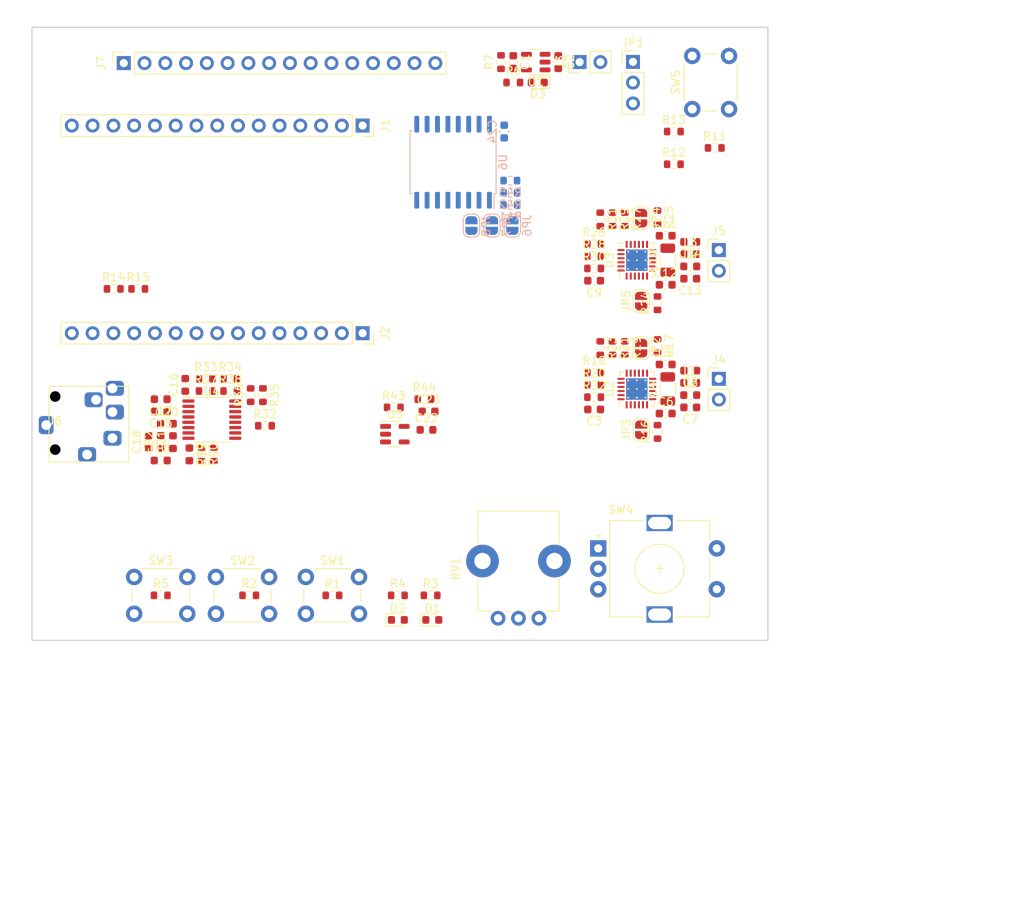
<source format=kicad_pcb>
(kicad_pcb (version 20211014) (generator pcbnew)
  (layers (0 "F.Cu" signal) (31 "B.Cu" signal) (34 "B.Paste" user) (35 "F.Paste" user) (36 "B.SilkS" user "B.Silkscreen") (37 "F.SilkS" user "F.Silkscreen") (38 "B.Mask" user) (39 "F.Mask" user) (44 "Edge.Cuts" user))
  (net 0 "")
  (net 1 "+5V")
  (net 2 "GND")
  (net 3 "+BATT")
  (net 4 "+3V3")
  (net 5 "+VDC")
  (net 6 "Net-(C5-Pad1)")
  (net 7 "Net-(C7-Pad1)")
  (net 8 "Net-(C8-Pad1)")
  (net 9 "Net-(C11-Pad1)")
  (net 10 "Net-(C13-Pad1)")
  (net 11 "Net-(C14-Pad1)")
  (net 12 "Net-(C15-Pad1)")
  (net 13 "Net-(C15-Pad2)")
  (net 14 "Net-(C16-Pad1)")
  (net 15 "Net-(C17-Pad1)")
  (net 16 "Net-(C17-Pad2)")
  (net 17 "Net-(C18-Pad2)")
  (net 18 "Net-(C19-Pad1)")
  (net 19 "Net-(C20-Pad2)")
  (net 20 "+5C")
  (net 21 "Net-(D1-Pad2)")
  (net 22 "Net-(D2-Pad2)")
  (net 23 "Net-(D3-Pad1)")
  (net 24 "Net-(D3-Pad2)")
  (net 47 "Net-(J7-Pad3)")
  (net 48 "/Display/LCD_RS")
  (net 49 "/Display/LCD_R{slash}~{W}")
  (net 50 "/Display/LCD_E")
  (net 51 "/Display/LCD_D0")
  (net 52 "/Display/LCD_D1")
  (net 53 "/Display/LCD_D2")
  (net 54 "/Display/LCD_D3")
  (net 55 "/Display/LCD_D4")
  (net 56 "/Display/LCD_D5")
  (net 57 "/Display/LCD_D6")
  (net 58 "/Display/LCD_D7")
  (net 59 "Net-(J7-Pad16)")
  (net 60 "Net-(JP1-Pad2)")
  (net 61 "Net-(JP2-Pad2)")
  (net 62 "Net-(JP3-Pad2)")
  (net 63 "Net-(JP4-Pad2)")
  (net 64 "Net-(JP5-Pad2)")
  (net 65 "Net-(JP6-Pad2)")
  (net 66 "Net-(JP7-Pad2)")
  (net 67 "Net-(JP8-Pad2)")
  (net 68 "/BTTN1")
  (net 69 "/BTTN2")
  (net 70 "/LED1")
  (net 71 "/LED2")
  (net 72 "/BTTN3")
  (net 73 "Net-(R6-Pad2)")
  (net 74 "/SDI2")
  (net 75 "/LRCK2")
  (net 76 "/SCK2")
  (net 77 "/PWR_ON")
  (net 78 "Net-(Q1-Pad2)")
  (net 79 "Net-(Q1-Pad1)")
  (net 80 "/SDA")
  (net 81 "/SCL")
  (net 82 "/SDI1")
  (net 83 "Net-(R18-Pad2)")
  (net 84 "Net-(R19-Pad2)")
  (net 85 "/SCK1")
  (net 86 "Net-(R20-Pad2)")
  (net 87 "Net-(R21-Pad2)")
  (net 88 "/LRCK1")
  (net 89 "Net-(R22-Pad2)")
  (net 90 "Net-(R23-Pad2)")
  (net 91 "Net-(R26-Pad2)")
  (net 92 "Net-(R27-Pad2)")
  (net 93 "Net-(R28-Pad2)")
  (net 94 "Net-(R29-Pad2)")
  (net 95 "Net-(R30-Pad2)")
  (net 96 "Net-(R31-Pad2)")
  (net 97 "Net-(R32-Pad1)")
  (net 98 "/MCLK")
  (net 99 "Net-(R33-Pad2)")
  (net 100 "Net-(R35-Pad2)")
  (net 101 "Net-(R37-Pad2)")
  (net 102 "Net-(R39-Pad2)")
  (net 103 "Net-(R43-Pad1)")
  (net 105 "Net-(L2-Pad1)")
  (net 106 "Net-(L1-Pad1)")
  (net 109 "Net-(L4-Pad1)")
  (net 110 "Net-(L3-Pad1)")
  (net 112 "/~{PDN}")
  (net 113 "Net-(D4-Pad2)")
  (net 114 "/EN_5V")
  (net 115 "/Display/LCD_BCKL_EN")
  (net 117 "/ANA_VOL")
  (net 118 "/ENC_A")
  (net 119 "/ENC_B")
  (net 120 "/ENC_SW")
  (net 121 "/3-5_SW")
  (footprint "Connector_PinHeader_2.54mm:PinHeader_1x02_P2.54mm_Vertical" (layer "F.Cu") (at 135 48.25)
    (fp_text reference "J5" (at 0 -2.33) (layer "F.SilkS"))
    (fp_text value "Conn_01x02_Male")
    (pad "1" thru_hole rect (at 0 0) (size 1.7 1.7) (drill 1) (layers *.Cu *.Mask) (net 11 "Net-(C14-Pad1)"))
    (pad "2" thru_hole oval (at 0 2.54) (size 1.7 1.7) (drill 1) (layers *.Cu *.Mask) (net 10 "Net-(C13-Pad1)"))
  )
  (footprint "Capacitor_SMD:C_1206_3216Metric" (layer "F.Cu") (at 128.75 65.25 90)
    (fp_text reference "C4" (at 0 -1.85 90) (layer "F.SilkS"))
    (fp_text value "22u")
    (pad "1" smd roundrect (at -1.475 0 90) (size 1.15 1.8) (layers "F.Cu" "F.Paste" "F.Mask") (roundrect_rratio 0.217391) (net 5 "+VDC"))
    (pad "2" smd roundrect (at 1.475 0 90) (size 1.15 1.8) (layers "F.Cu" "F.Paste" "F.Mask") (roundrect_rratio 0.217391) (net 2 "GND"))
  )
  (footprint "Resistor_SMD:R_0603_1608Metric" (layer "F.Cu") (at 119.75 63.25)
    (fp_text reference "R18" (at 0 -1.43) (layer "F.SilkS"))
    (fp_text value "22R")
    (pad "1" smd roundrect (at -0.825 0) (size 0.8 0.95) (layers "F.Cu" "F.Paste" "F.Mask") (net 82 "/SDI1"))
    (pad "2" smd roundrect (at 0.825 0) (size 0.8 0.95) (layers "F.Cu" "F.Paste" "F.Mask") (net 83 "Net-(R18-Pad2)"))
  )
  (footprint "Resistor_SMD:R_0603_1608Metric" (layer "F.Cu") (at 79.5 69.75)
    (fp_text reference "R32" (at 0 -1.43) (layer "F.SilkS"))
    (fp_text value "R")
    (pad "1" smd roundrect (at -0.825 0) (size 0.8 0.95) (layers "F.Cu" "F.Paste" "F.Mask") (net 97 "Net-(R32-Pad1)"))
    (pad "2" smd roundrect (at 0.825 0) (size 0.8 0.95) (layers "F.Cu" "F.Paste" "F.Mask") (net 98 "/MCLK"))
  )
  (footprint "Connector_PinHeader_2.54mm:PinHeader_1x03_P2.54mm_Vertical" (layer "F.Cu") (at 124.5 25.225)
    (fp_text reference "JP1" (at 0 -2.33) (layer "F.SilkS"))
    (fp_text value "Jumper_3_Open")
    (pad "1" thru_hole rect (at 0 0) (size 1.7 1.7) (drill 1) (layers *.Cu *.Mask) (net 3 "+BATT"))
    (pad "2" thru_hole oval (at 0 2.54) (size 1.7 1.7) (drill 1) (layers *.Cu *.Mask) (net 60 "Net-(JP1-Pad2)"))
    (pad "3" thru_hole oval (at 0 5.08) (size 1.7 1.7) (drill 1) (layers *.Cu *.Mask) (net 1 "+5V"))
  )
  (footprint "Resistor_SMD:R_0603_1608Metric" (layer "F.Cu") (at 127.5 60 -90)
    (fp_text reference "R17" (at 0 -1.43 90) (layer "F.SilkS"))
    (fp_text value "110k")
    (pad "1" smd roundrect (at -0.825 0 270) (size 0.8 0.95) (layers "F.Cu" "F.Paste" "F.Mask") (net 4 "+3V3"))
    (pad "2" smd roundrect (at 0.825 0 270) (size 0.8 0.95) (layers "F.Cu" "F.Paste" "F.Mask") (net 61 "Net-(JP2-Pad2)"))
  )
  (footprint "Resistor_SMD:R_0603_1608Metric" (layer "F.Cu") (at 129.5 37.75)
    (fp_text reference "R12" (at 0 -1.43) (layer "F.SilkS"))
    (fp_text value "10k")
    (pad "1" smd roundrect (at -0.825 0) (size 0.8 0.95) (layers "F.Cu" "F.Paste" "F.Mask") (net 60 "Net-(JP1-Pad2)"))
    (pad "2" smd roundrect (at 0.825 0) (size 0.8 0.95) (layers "F.Cu" "F.Paste" "F.Mask") (net 79 "Net-(Q1-Pad1)"))
  )
  (footprint "Resistor_SMD:R_0603_1608Metric" (layer "F.Cu") (at 95.25 67.5)
    (fp_text reference "R43" (at 0 -1.43) (layer "F.SilkS"))
    (fp_text value "10k")
    (pad "1" smd roundrect (at -0.825 0) (size 0.8 0.95) (layers "F.Cu" "F.Paste" "F.Mask") (net 103 "Net-(R43-Pad1)"))
    (pad "2" smd roundrect (at 0.825 0) (size 0.8 0.95) (layers "F.Cu" "F.Paste" "F.Mask") (net 20 "+5C"))
  )
  (footprint "Resistor_SMD:R_0603_1608Metric" (layer "F.Cu") (at 120.5 44.5 -90)
    (fp_text reference "R31" (at 0 -1.43 90) (layer "F.SilkS"))
    (fp_text value "22R")
    (pad "1" smd roundrect (at -0.825 0 270) (size 0.8 0.95) (layers "F.Cu" "F.Paste" "F.Mask") (net 75 "/LRCK2"))
    (pad "2" smd roundrect (at 0.825 0 270) (size 0.8 0.95) (layers "F.Cu" "F.Paste" "F.Mask") (net 96 "Net-(R31-Pad2)"))
  )
  (footprint "Resistor_SMD:R_0603_1608Metric" (layer "F.Cu") (at 75.25 64)
    (fp_text reference "R34" (at 0 -1.43) (layer "F.SilkS"))
    (fp_text value "R")
    (pad "1" smd roundrect (at -0.825 0) (size 0.8 0.95) (layers "F.Cu" "F.Paste" "F.Mask") (net 99 "Net-(R33-Pad2)"))
    (pad "2" smd roundrect (at 0.825 0) (size 0.8 0.95) (layers "F.Cu" "F.Paste" "F.Mask") (net 2 "GND"))
  )
  (footprint "Package_TO_SOT_SMD:SOT-23-5" (layer "F.Cu") (at 112.6125 25.25 180)
    (fp_text reference "U1" (at 0 -2.4) (layer "F.SilkS"))
    (fp_text value "MCP73831-2-OT")
    (pad "1" smd roundrect (at -1.1375 -0.95 180) (size 1.325 0.6) (layers "F.Cu" "F.Paste" "F.Mask") (net 23 "Net-(D3-Pad1)"))
    (pad "2" smd roundrect (at -1.1375 0 180) (size 1.325 0.6) (layers "F.Cu" "F.Paste" "F.Mask") (net 2 "GND"))
    (pad "3" smd roundrect (at -1.1375 0.95 180) (size 1.325 0.6) (layers "F.Cu" "F.Paste" "F.Mask") (net 3 "+BATT"))
    (pad "4" smd roundrect (at 1.1375 0.95 180) (size 1.325 0.6) (layers "F.Cu" "F.Paste" "F.Mask") (net 1 "+5V"))
    (pad "5" smd roundrect (at 1.1375 -0.95 180) (size 1.325 0.6) (layers "F.Cu" "F.Paste" "F.Mask") (net 73 "Net-(R6-Pad2)"))
  )
  (footprint "Rotary_Encoder:RotaryEncoder_Alps_EC11E-Switch_Vertical_H20mm" (layer "F.Cu") (at 120.25 84.75)
    (fp_text reference "SW4" (at 2.8 -4.7) (layer "F.SilkS"))
    (fp_text value "PEC12R")
    (pad "A" thru_hole rect (at 0 0) (size 2 2) (drill 1) (layers *.Cu *.Mask) (net 118 "/ENC_A"))
    (pad "B" thru_hole circle (at 0 5) (size 2 2) (drill 1) (layers *.Cu *.Mask) (net 119 "/ENC_B"))
    (pad "C" thru_hole circle (at 0 2.5) (size 2 2) (drill 1) (layers *.Cu *.Mask) (net 2 "GND"))
    (pad "MP" thru_hole rect (at 7.5 -3.1) (size 3.2 2) (drill oval 2.8 1.5) (layers *.Cu *.Mask))
    (pad "MP" thru_hole rect (at 7.5 8.1) (size 3.2 2) (drill oval 2.8 1.5) (layers *.Cu *.Mask))
    (pad "S1" thru_hole circle (at 14.5 5) (size 2 2) (drill 1) (layers *.Cu *.Mask) (net 120 "/ENC_SW"))
    (pad "S2" thru_hole circle (at 14.5 0) (size 2 2) (drill 1) (layers *.Cu *.Mask) (net 2 "GND"))
  )
  (footprint "Potentiometer_THT:Potentiometer_Bourns_PTV09A-1_Single_Vertical" (layer "F.Cu") (at 113 93.3 90)
    (fp_text reference "RV1" (at 6.05 -10.15 90) (layer "F.SilkS"))
    (fp_text value "PT01")
    (pad "" np_thru_hole circle (at 7 1.9 90) (size 4 4) (drill 2) (layers *.Cu *.Mask))
    (pad "" np_thru_hole circle (at 7 -6.9 90) (size 4 4) (drill 2) (layers *.Cu *.Mask))
    (pad "1" thru_hole circle (at 0 0 90) (size 1.8 1.8) (drill 1) (layers *.Cu *.Mask) (net 4 "+3V3"))
    (pad "2" thru_hole circle (at 0 -2.5 90) (size 1.8 1.8) (drill 1) (layers *.Cu *.Mask) (net 117 "/ANA_VOL"))
    (pad "3" thru_hole circle (at 0 -5 90) (size 1.8 1.8) (drill 1) (layers *.Cu *.Mask) (net 2 "GND"))
  )
  (footprint "Capacitor_SMD:C_0603_1608Metric" (layer "F.Cu") (at 128.5 68.25)
    (fp_text reference "C6" (at 0 -1.43) (layer "F.SilkS"))
    (fp_text value "100n")
    (pad "1" smd roundrect (at -0.775 0) (size 0.9 0.95) (layers "F.Cu" "F.Paste" "F.Mask") (net 5 "+VDC"))
    (pad "2" smd roundrect (at 0.775 0) (size 0.9 0.95) (layers "F.Cu" "F.Paste" "F.Mask") (net 2 "GND"))
  )
  (footprint "LED_SMD:LED_0603_1608Metric" (layer "F.Cu") (at 95.75 93.5)
    (fp_text reference "D2" (at 0 -1.43) (layer "F.SilkS"))
    (fp_text value "LED")
    (pad "1" smd roundrect (at -0.7875 0) (size 0.875 0.95) (layers "F.Cu" "F.Paste" "F.Mask") (net 2 "GND"))
    (pad "2" smd roundrect (at 0.7875 0) (size 0.875 0.95) (layers "F.Cu" "F.Paste" "F.Mask") (net 22 "Net-(D2-Pad2)"))
  )
  (footprint "Inductor_SMD:L_0603_1608Metric" (layer "F.Cu") (at 131.5 66)
    (fp_text reference "L2" (at 0 -1.43) (layer "F.SilkS"))
    (fp_text value "L")
    (pad "1" smd roundrect (at -0.7875 0) (size 0.875 0.95) (layers "F.Cu" "F.Paste" "F.Mask") (net 105 "Net-(L2-Pad1)"))
    (pad "2" smd roundrect (at 0.7875 0) (size 0.875 0.95) (layers "F.Cu" "F.Paste" "F.Mask") (net 7 "Net-(C7-Pad1)"))
  )
  (footprint "Package_SO:TSSOP-16_4.4x5mm_P0.65mm" (layer "F.Cu") (at 73 69)
    (fp_text reference "U4" (at 0 -3.45) (layer "F.SilkS"))
    (fp_text value "AK5720VT")
    (pad "1" smd roundrect (at -2.8625 -2.275) (size 1.475 0.4) (layers "F.Cu" "F.Paste" "F.Mask") (net 14 "Net-(C16-Pad1)"))
    (pad "2" smd roundrect (at -2.8625 -1.625) (size 1.475 0.4) (layers "F.Cu" "F.Paste" "F.Mask") (net 15 "Net-(C17-Pad1)"))
    (pad "3" smd roundrect (at -2.8625 -0.975) (size 1.475 0.4) (layers "F.Cu" "F.Paste" "F.Mask") (net 12 "Net-(C15-Pad1)"))
    (pad "4" smd roundrect (at -2.8625 -0.325) (size 1.475 0.4) (layers "F.Cu" "F.Paste" "F.Mask") (net 2 "GND"))
    (pad "5" smd roundrect (at -2.8625 0.325) (size 1.475 0.4) (layers "F.Cu" "F.Paste" "F.Mask") (net 19 "Net-(C20-Pad2)"))
    (pad "6" smd roundrect (at -2.8625 0.975) (size 1.475 0.4) (layers "F.Cu" "F.Paste" "F.Mask") (net 4 "+3V3"))
    (pad "7" smd roundrect (at -2.8625 1.625) (size 1.475 0.4) (layers "F.Cu" "F.Paste" "F.Mask") (net 102 "Net-(R39-Pad2)"))
    (pad "8" smd roundrect (at -2.8625 2.275) (size 1.475 0.4) (layers "F.Cu" "F.Paste" "F.Mask") (net 18 "Net-(C19-Pad1)"))
    (pad "9" smd roundrect (at 2.8625 2.275) (size 1.475 0.4) (layers "F.Cu" "F.Paste" "F.Mask") (net 74 "/SDI2"))
    (pad "10" smd roundrect (at 2.8625 1.625) (size 1.475 0.4) (layers "F.Cu" "F.Paste" "F.Mask") (net 75 "/LRCK2"))
    (pad "11" smd roundrect (at 2.8625 0.975) (size 1.475 0.4) (layers "F.Cu" "F.Paste" "F.Mask") (net 97 "Net-(R32-Pad1)"))
    (pad "12" smd roundrect (at 2.8625 0.325) (size 1.475 0.4) (layers "F.Cu" "F.Paste" "F.Mask") (net 76 "/SCK2"))
    (pad "13" smd roundrect (at 2.8625 -0.325) (size 1.475 0.4) (layers "F.Cu" "F.Paste" "F.Mask") (net 112 "/~{PDN}"))
    (pad "14" smd roundrect (at 2.8625 -0.975) (size 1.475 0.4) (layers "F.Cu" "F.Paste" "F.Mask") (net 100 "Net-(R35-Pad2)"))
    (pad "15" smd roundrect (at 2.8625 -1.625) (size 1.475 0.4) (layers "F.Cu" "F.Paste" "F.Mask") (net 101 "Net-(R37-Pad2)"))
    (pad "16" smd roundrect (at 2.8625 -2.275) (size 1.475 0.4) (layers "F.Cu" "F.Paste" "F.Mask") (net 99 "Net-(R33-Pad2)"))
  )
  (footprint "Resistor_SMD:R_0603_1608Metric" (layer "F.Cu") (at 72.25 64)
    (fp_text reference "R33" (at 0 -1.43) (layer "F.SilkS"))
    (fp_text value "R")
    (pad "1" smd roundrect (at -0.825 0) (size 0.8 0.95) (layers "F.Cu" "F.Paste" "F.Mask") (net 4 "+3V3"))
    (pad "2" smd roundrect (at 0.825 0) (size 0.8 0.95) (layers "F.Cu" "F.Paste" "F.Mask") (net 99 "Net-(R33-Pad2)"))
  )
  (footprint "Resistor_SMD:R_0603_1608Metric" (layer "F.Cu") (at 77.75 66 90)
    (fp_text reference "R36" (at 0 -1.43 90) (layer "F.SilkS"))
    (fp_text value "R")
    (pad "1" smd roundrect (at -0.825 0 90) (size 0.8 0.95) (layers "F.Cu" "F.Paste" "F.Mask") (net 100 "Net-(R35-Pad2)"))
    (pad "2" smd roundrect (at 0.825 0 90) (size 0.8 0.95) (layers "F.Cu" "F.Paste" "F.Mask") (net 2 "GND"))
  )
  (footprint "Resistor_SMD:R_0603_1608Metric" (layer "F.Cu") (at 127.5 54.75 90)
    (fp_text reference "R24" (at 0 -1.43 90) (layer "F.SilkS"))
    (fp_text value "110k")
    (pad "1" smd roundrect (at -0.825 0 90) (size 0.8 0.95) (layers "F.Cu" "F.Paste" "F.Mask") (net 4 "+3V3"))
    (pad "2" smd roundrect (at 0.825 0 90) (size 0.8 0.95) (layers "F.Cu" "F.Paste" "F.Mask") (net 64 "Net-(JP5-Pad2)"))
  )
  (footprint "Resistor_SMD:R_0603_1608Metric" (layer "F.Cu") (at 119.75 49)
    (fp_text reference "R28" (at 0 -1.43) (layer "F.SilkS"))
    (fp_text value "22R")
    (pad "1" smd roundrect (at -0.825 0) (size 0.8 0.95) (layers "F.Cu" "F.Paste" "F.Mask") (net 85 "/SCK1"))
    (pad "2" smd roundrect (at 0.825 0) (size 0.8 0.95) (layers "F.Cu" "F.Paste" "F.Mask") (net 93 "Net-(R28-Pad2)"))
  )
  (footprint "Resistor_SMD:R_0603_1608Metric" (layer "F.Cu") (at 75.25 65.5)
    (fp_text reference "R38" (at 0 -1.43) (layer "F.SilkS"))
    (fp_text value "R")
    (pad "1" smd roundrect (at -0.825 0) (size 0.8 0.95) (layers "F.Cu" "F.Paste" "F.Mask") (net 101 "Net-(R37-Pad2)"))
    (pad "2" smd roundrect (at 0.825 0) (size 0.8 0.95) (layers "F.Cu" "F.Paste" "F.Mask") (net 2 "GND"))
  )
  (footprint "Capacitor_SMD:C_0603_1608Metric" (layer "F.Cu") (at 128.5 62.25)
    (fp_text reference "C5" (at 0 -1.43) (layer "F.SilkS"))
    (fp_text value "100n")
    (pad "1" smd roundrect (at -0.775 0) (size 0.9 0.95) (layers "F.Cu" "F.Paste" "F.Mask") (net 6 "Net-(C5-Pad1)"))
    (pad "2" smd roundrect (at 0.775 0) (size 0.9 0.95) (layers "F.Cu" "F.Paste" "F.Mask") (net 2 "GND"))
  )
  (footprint "Capacitor_SMD:C_0603_1608Metric" (layer "F.Cu") (at 66.75 68 180)
    (fp_text reference "C15" (at 0 -1.43) (layer "F.SilkS"))
    (fp_text value "10µ")
    (pad "1" smd roundrect (at -0.775 0 180) (size 0.9 0.95) (layers "F.Cu" "F.Paste" "F.Mask") (net 12 "Net-(C15-Pad1)"))
    (pad "2" smd roundrect (at 0.775 0 180) (size 0.9 0.95) (layers "F.Cu" "F.Paste" "F.Mask") (net 13 "Net-(C15-Pad2)"))
  )
  (footprint "Capacitor_SMD:C_0603_1608Metric" (layer "F.Cu") (at 131.5 51.75 180)
    (fp_text reference "C13" (at 0 -1.43) (layer "F.SilkS"))
    (fp_text value "100n")
    (pad "1" smd roundrect (at -0.775 0 180) (size 0.9 0.95) (layers "F.Cu" "F.Paste" "F.Mask") (net 10 "Net-(C13-Pad1)"))
    (pad "2" smd roundrect (at 0.775 0 180) (size 0.9 0.95) (layers "F.Cu" "F.Paste" "F.Mask") (net 2 "GND"))
  )
  (footprint "Jumper:SolderJumper-2_P1.3mm_Open_RoundedPad1.0x1.5mm" (layer "F.Cu") (at 125.5 54.5 90)
    (fp_text reference "JP5" (at 0 -1.8 90) (layer "F.SilkS"))
    (fp_text value "SJ")
    (pad "1" smd custom (at -0.65 0 90) (size 1 0.5) (layers "F.Cu" "F.Mask") (net 2 "GND") (options (clearance outline) (anchor rect)) (primitives (gr_circle (center 0 0.25) (end 0.5 0.25) (width 0) (fill yes)) (gr_circle (center 0 -0.25) (end 0.5 -0.25) (width 0) (fill yes)) (gr_poly (pts (xy 0.5 0.75) (xy 0 0.75) (xy 0 -0.75) (xy 0.5 -0.75)) (width 0) (fill yes))))
    (pad "2" smd custom (at 0.65 0 90) (size 1 0.5) (layers "F.Cu" "F.Mask") (net 64 "Net-(JP5-Pad2)") (options (clearance outline) (anchor rect)) (primitives (gr_circle (center 0 0.25) (end 0.5 0.25) (width 0) (fill yes)) (gr_circle (center 0 -0.25) (end 0.5 -0.25) (width 0) (fill yes)) (gr_poly (pts (xy 0 0.75) (xy -0.5 0.75) (xy -0.5 -0.75) (xy 0 -0.75)) (width 0) (fill yes))))
  )
  (footprint "Button_Switch_THT:SW_PUSH_6mm_H5mm" (layer "F.Cu") (at 131.75 31 90)
    (fp_text reference "SW5" (at 3.25 -2 90) (layer "F.SilkS"))
    (fp_text value "TS02")
    (pad "1" thru_hole circle (at 6.5 0 180) (size 2 2) (drill 1.1) (layers *.Cu *.Mask) (net 2 "GND"))
    (pad "1" thru_hole circle (at 0 0 180) (size 2 2) (drill 1.1) (layers *.Cu *.Mask) (net 2 "GND"))
    (pad "2" thru_hole circle (at 6.5 4.5 180) (size 2 2) (drill 1.1) (layers *.Cu *.Mask) (net 79 "Net-(Q1-Pad1)"))
    (pad "2" thru_hole circle (at 0 4.5 180) (size 2 2) (drill 1.1) (layers *.Cu *.Mask) (net 79 "Net-(Q1-Pad1)"))
  )
  (footprint "Resistor_SMD:R_0603_1608Metric" (layer "F.Cu") (at 119.75 50.5)
    (fp_text reference "R30" (at 0 -1.43) (layer "F.SilkS"))
    (fp_text value "22R")
    (pad "1" smd roundrect (at -0.825 0) (size 0.8 0.95) (layers "F.Cu" "F.Paste" "F.Mask") (net 88 "/LRCK1"))
    (pad "2" smd roundrect (at 0.825 0) (size 0.8 0.95) (layers "F.Cu" "F.Paste" "F.Mask") (net 95 "Net-(R30-Pad2)"))
  )
  (footprint "Resistor_SMD:R_0603_1608Metric" (layer "F.Cu") (at 119.75 47.5)
    (fp_text reference "R26" (at 0 -1.43) (layer "F.SilkS"))
    (fp_text value "22R")
    (pad "1" smd roundrect (at -0.825 0) (size 0.8 0.95) (layers "F.Cu" "F.Paste" "F.Mask") (net 82 "/SDI1"))
    (pad "2" smd roundrect (at 0.825 0) (size 0.8 0.95) (layers "F.Cu" "F.Paste" "F.Mask") (net 91 "Net-(R26-Pad2)"))
  )
  (footprint "Capacitor_SMD:C_0603_1608Metric" (layer "F.Cu") (at 131.5 67.5 180)
    (fp_text reference "C7" (at 0 -1.43) (layer "F.SilkS"))
    (fp_text value "100n")
    (pad "1" smd roundrect (at -0.775 0 180) (size 0.9 0.95) (layers "F.Cu" "F.Paste" "F.Mask") (net 7 "Net-(C7-Pad1)"))
    (pad "2" smd roundrect (at 0.775 0 180) (size 0.9 0.95) (layers "F.Cu" "F.Paste" "F.Mask") (net 2 "GND"))
  )
  (footprint "Resistor_SMD:R_0603_1608Metric" (layer "F.Cu") (at 109.8625 27.75)
    (fp_text reference "R6" (at 0 -1.43) (layer "F.SilkS"))
    (fp_text value "10k")
    (pad "1" smd roundrect (at -0.825 0) (size 0.8 0.95) (layers "F.Cu" "F.Paste" "F.Mask") (net 2 "GND"))
    (pad "2" smd roundrect (at 0.825 0) (size 0.8 0.95) (layers "F.Cu" "F.Paste" "F.Mask") (net 73 "Net-(R6-Pad2)"))
  )
  (footprint "Resistor_SMD:R_0603_1608Metric" (layer "F.Cu") (at 77.575 90.5)
    (fp_text reference "R2" (at 0 -1.43) (layer "F.SilkS"))
    (fp_text value "10k")
    (pad "1" smd roundrect (at -0.825 0) (size 0.8 0.95) (layers "F.Cu" "F.Paste" "F.Mask") (net 69 "/BTTN2"))
    (pad "2" smd roundrect (at 0.825 0) (size 0.8 0.95) (layers "F.Cu" "F.Paste" "F.Mask") (net 4 "+3V3"))
  )
  (footprint "Connector_PinSocket_2.54mm:PinSocket_1x15_P2.54mm_Vertical" (layer "F.Cu") (at 91.44 58.42 -90)
    (fp_text reference "J2" (at 0 -2.77 90) (layer "F.SilkS"))
    (fp_text value "Conn_01x15_Male")
    (pad "1" thru_hole rect (at 0 0 270) (size 1.7 1.7) (drill 1) (layers *.Cu *.Mask) (net 74 "/SDI2"))
    (pad "2" thru_hole oval (at 0 2.54 270) (size 1.7 1.7) (drill 1) (layers *.Cu *.Mask) (net 75 "/LRCK2"))
    (pad "3" thru_hole oval (at 0 5.08 270) (size 1.7 1.7) (drill 1) (layers *.Cu *.Mask) (net 98 "/MCLK"))
    (pad "4" thru_hole oval (at 0 7.62 270) (size 1.7 1.7) (drill 1) (layers *.Cu *.Mask) (net 76 "/SCK2"))
    (pad "5" thru_hole oval (at 0 10.16 270) (size 1.7 1.7) (drill 1) (layers *.Cu *.Mask) (net 112 "/~{PDN}"))
    (pad "6" thru_hole oval (at 0 12.7 270) (size 1.7 1.7) (drill 1) (layers *.Cu *.Mask))
    (pad "7" thru_hole oval (at 0 15.24 270) (size 1.7 1.7) (drill 1) (layers *.Cu *.Mask))
    (pad "8" thru_hole oval (at 0 17.78 270) (size 1.7 1.7) (drill 1) (layers *.Cu *.Mask))
    (pad "9" thru_hole oval (at 0 20.32 270) (size 1.7 1.7) (drill 1) (layers *.Cu *.Mask))
    (pad "10" thru_hole oval (at 0 22.86 270) (size 1.7 1.7) (drill 1) (layers *.Cu *.Mask))
    (pad "11" thru_hole oval (at 0 25.4 270) (size 1.7 1.7) (drill 1) (layers *.Cu *.Mask))
    (pad "12" thru_hole oval (at 0 27.94 270) (size 1.7 1.7) (drill 1) (layers *.Cu *.Mask))
    (pad "13" thru_hole oval (at 0 30.48 270) (size 1.7 1.7) (drill 1) (layers *.Cu *.Mask))
    (pad "14" thru_hole oval (at 0 33.02 270) (size 1.7 1.7) (drill 1) (layers *.Cu *.Mask) (net 2 "GND"))
    (pad "15" thru_hole oval (at 0 35.56 270) (size 1.7 1.7) (drill 1) (layers *.Cu *.Mask))
  )
  (footprint "Capacitor_SMD:C_0603_1608Metric" (layer "F.Cu") (at 119.75 52 180)
    (fp_text reference "C9" (at 0 -1.43) (layer "F.SilkS"))
    (fp_text value "100n")
    (pad "1" smd roundrect (at -0.775 0 180) (size 0.9 0.95) (layers "F.Cu" "F.Paste" "F.Mask") (net 4 "+3V3"))
    (pad "2" smd roundrect (at 0.775 0 180) (size 0.9 0.95) (layers "F.Cu" "F.Paste" "F.Mask") (net 2 "GND"))
  )
  (footprint "Resistor_SMD:R_0603_1608Metric" (layer "F.Cu") (at 99.75 90.5)
    (fp_text reference "R3" (at 0 -1.43) (layer "F.SilkS"))
    (fp_text value "120R")
    (pad "1" smd roundrect (at -0.825 0) (size 0.8 0.95) (layers "F.Cu" "F.Paste" "F.Mask") (net 21 "Net-(D1-Pad2)"))
    (pad "2" smd roundrect (at 0.825 0) (size 0.8 0.95) (layers "F.Cu" "F.Paste" "F.Mask") (net 70 "/LED1"))
  )
  (footprint "Button_Switch_THT:SW_PUSH_6mm_H5mm" (layer "F.Cu") (at 84.5 88.25)
    (fp_text reference "SW1" (at 3.25 -2) (layer "F.SilkS"))
    (fp_text value "TS02")
    (pad "1" thru_hole circle (at 6.5 0 90) (size 2 2) (drill 1.1) (layers *.Cu *.Mask) (net 2 "GND"))
    (pad "1" thru_hole circle (at 0 0 90) (size 2 2) (drill 1.1) (layers *.Cu *.Mask) (net 2 "GND"))
    (pad "2" thru_hole circle (at 6.5 4.5 90) (size 2 2) (drill 1.1) (layers *.Cu *.Mask) (net 68 "/BTTN1"))
    (pad "2" thru_hole circle (at 0 4.5 90) (size 2 2) (drill 1.1) (layers *.Cu *.Mask) (net 68 "/BTTN1"))
  )
  (footprint "Button_Switch_THT:SW_PUSH_6mm_H5mm" (layer "F.Cu") (at 63.5 88.25)
    (fp_text reference "SW3" (at 3.25 -2) (layer "F.SilkS"))
    (fp_text value "TS02")
    (pad "1" thru_hole circle (at 6.5 0 90) (size 2 2) (drill 1.1) (layers *.Cu *.Mask) (net 2 "GND"))
    (pad "1" thru_hole circle (at 0 0 90) (size 2 2) (drill 1.1) (layers *.Cu *.Mask) (net 2 "GND"))
    (pad "2" thru_hole circle (at 6.5 4.5 90) (size 2 2) (drill 1.1) (layers *.Cu *.Mask) (net 72 "/BTTN3"))
    (pad "2" thru_hole circle (at 0 4.5 90) (size 2 2) (drill 1.1) (layers *.Cu *.Mask) (net 72 "/BTTN3"))
  )
  (footprint "Resistor_SMD:R_0603_1608Metric" (layer "F.Cu") (at 79.25 66 -90)
    (fp_text reference "R35" (at 0 -1.43 90) (layer "F.SilkS"))
    (fp_text value "R")
    (pad "1" smd roundrect (at -0.825 0 270) (size 0.8 0.95) (layers "F.Cu" "F.Paste" "F.Mask") (net 4 "+3V3"))
    (pad "2" smd roundrect (at 0.825 0 270) (size 0.8 0.95) (layers "F.Cu" "F.Paste" "F.Mask") (net 100 "Net-(R35-Pad2)"))
  )
  (footprint "Connector_PinSocket_2.54mm:PinSocket_1x16_P2.54mm_Vertical" (layer "F.Cu") (at 62.23 25.375 90)
    (fp_text reference "J7" (at 0 -2.77 90) (layer "F.SilkS"))
    (fp_text value "Conn_01x16_Female")
    (pad "1" thru_hole rect (at 0 0 90) (size 1.7 1.7) (drill 1) (layers *.Cu *.Mask) (net 2 "GND"))
    (pad "2" thru_hole oval (at 0 2.54 90) (size 1.7 1.7) (drill 1) (layers *.Cu *.Mask) (net 20 "+5C"))
    (pad "3" thru_hole oval (at 0 5.08 90) (size 1.7 1.7) (drill 1) (layers *.Cu *.Mask) (net 47 "Net-(J7-Pad3)"))
    (pad "4" thru_hole oval (at 0 7.62 90) (size 1.7 1.7) (drill 1) (layers *.Cu *.Mask) (net 48 "/Display/LCD_RS"))
    (pad "5" thru_hole oval (at 0 10.16 90) (size 1.7 1.7) (drill 1) (layers *.Cu *.Mask) (net 49 "/Display/LCD_R{slash}~{W}"))
    (pad "6" thru_hole oval (at 0 12.7 90) (size 1.7 1.7) (drill 1) (layers *.Cu *.Mask) (net 50 "/Display/LCD_E"))
    (pad "7" thru_hole oval (at 0 15.24 90) (size 1.7 1.7) (drill 1) (layers *.Cu *.Mask) (net 51 "/Display/LCD_D0"))
    (pad "8" thru_hole oval (at 0 17.78 90) (size 1.7 1.7) (drill 1) (layers *.Cu *.Mask) (net 52 "/Display/LCD_D1"))
    (pad "9" thru_hole oval (at 0 20.32 90) (size 1.7 1.7) (drill 1) (layers *.Cu *.Mask) (net 53 "/Display/LCD_D2"))
    (pad "10" thru_hole oval (at 0 22.86 90) (size 1.7 1.7) (drill 1) (layers *.Cu *.Mask) (net 54 "/Display/LCD_D3"))
    (pad "11" thru_hole oval (at 0 25.4 90) (size 1.7 1.7) (drill 1) (layers *.Cu *.Mask) (net 55 "/Display/LCD_D4"))
    (pad "12" thru_hole oval (at 0 27.94 90) (size 1.7 1.7) (drill 1) (layers *.Cu *.Mask) (net 56 "/Display/LCD_D5"))
    (pad "13" thru_hole oval (at 0 30.48 90) (size 1.7 1.7) (drill 1) (layers *.Cu *.Mask) (net 57 "/Display/LCD_D6"))
    (pad "14" thru_hole oval (at 0 33.02 90) (size 1.7 1.7) (drill 1) (layers *.Cu *.Mask) (net 58 "/Display/LCD_D7"))
    (pad "15" thru_hole oval (at 0 35.56 90) (size 1.7 1.7) (drill 1) (layers *.Cu *.Mask) (net 4 "+3V3"))
    (pad "16" thru_hole oval (at 0 38.1 90) (size 1.7 1.7) (drill 1) (layers *.Cu *.Mask) (net 59 "Net-(J7-Pad16)"))
  )
  (footprint "Capacitor_SMD:C_0603_1608Metric" (layer "F.Cu") (at 99.25 70.25)
    (fp_text reference "C22" (at 0 -1.43) (layer "F.SilkS"))
    (fp_text value "1u")
    (pad "1" smd roundrect (at -0.775 0) (size 0.9 0.95) (layers "F.Cu" "F.Paste" "F.Mask") (net 4 "+3V3"))
    (pad "2" smd roundrect (at 0.775 0) (size 0.9 0.95) (layers "F.Cu" "F.Paste" "F.Mask") (net 2 "GND"))
  )
  (footprint "Resistor_SMD:R_0603_1608Metric" (layer "F.Cu") (at 123.5 60.25 -90)
    (fp_text reference "R19" (at 0 -1.43 90) (layer "F.SilkS"))
    (fp_text value "22R")
    (pad "1" smd roundrect (at -0.825 0 270) (size 0.8 0.95) (layers "F.Cu" "F.Paste" "F.Mask") (net 74 "/SDI2"))
    (pad "2" smd roundrect (at 0.825 0 270) (size 0.8 0.95) (layers "F.Cu" "F.Paste" "F.Mask") (net 84 "Net-(R19-Pad2)"))
  )
  (footprint "Capacitor_SMD:C_0603_1608Metric" (layer "F.Cu") (at 131.5 47.25 180)
    (fp_text reference "C14" (at 0 -1.43) (layer "F.SilkS"))
    (fp_text value "100n")
    (pad "1" smd roundrect (at -0.775 0 180) (size 0.9 0.95) (layers "F.Cu" "F.Paste" "F.Mask") (net 11 "Net-(C14-Pad1)"))
    (pad "2" smd roundrect (at 0.775 0 180) (size 0.9 0.95) (layers "F.Cu" "F.Paste" "F.Mask") (net 2 "GND"))
  )
  (footprint "Resistor_SMD:R_0603_1608Metric" (layer "F.Cu") (at 120.5 60.25 -90)
    (fp_text reference "R23" (at 0 -1.43 90) (layer "F.SilkS"))
    (fp_text value "22R")
    (pad "1" smd roundrect (at -0.825 0 270) (size 0.8 0.95) (layers "F.Cu" "F.Paste" "F.Mask") (net 75 "/LRCK2"))
    (pad "2" smd roundrect (at 0.825 0 270) (size 0.8 0.95) (layers "F.Cu" "F.Paste" "F.Mask") (net 90 "Net-(R23-Pad2)"))
  )
  (footprint "Connector_PinHeader_2.54mm:PinHeader_1x02_P2.54mm_Vertical" (layer "F.Cu") (at 135 64)
    (fp_text reference "J4" (at 0 -2.33) (layer "F.SilkS"))
    (fp_text value "Conn_01x02_Male")
    (pad "1" thru_hole rect (at 0 0) (size 1.7 1.7) (drill 1) (layers *.Cu *.Mask) (net 8 "Net-(C8-Pad1)"))
    (pad "2" thru_hole oval (at 0 2.54) (size 1.7 1.7) (drill 1) (layers *.Cu *.Mask) (net 7 "Net-(C7-Pad1)"))
  )
  (footprint "Resistor_SMD:R_0603_1608Metric" (layer "F.Cu") (at 119.75 66.25)
    (fp_text reference "R22" (at 0 -1.43) (layer "F.SilkS"))
    (fp_text value "22R")
    (pad "1" smd roundrect (at -0.825 0) (size 0.8 0.95) (layers "F.Cu" "F.Paste" "F.Mask") (net 88 "/LRCK1"))
    (pad "2" smd roundrect (at 0.825 0) (size 0.8 0.95) (layers "F.Cu" "F.Paste" "F.Mask") (net 89 "Net-(R22-Pad2)"))
  )
  (footprint "Resistor_SMD:R_0603_1608Metric" (layer "F.Cu") (at 95.75 90.5)
    (fp_text reference "R4" (at 0 -1.43) (layer "F.SilkS"))
    (fp_text value "120R")
    (pad "1" smd roundrect (at -0.825 0) (size 0.8 0.95) (layers "F.Cu" "F.Paste" "F.Mask") (net 22 "Net-(D2-Pad2)"))
    (pad "2" smd roundrect (at 0.825 0) (size 0.8 0.95) (layers "F.Cu" "F.Paste" "F.Mask") (net 71 "/LED2"))
  )
  (footprint "Resistor_SMD:R_0603_1608Metric" (layer "F.Cu") (at 72.25 65.5)
    (fp_text reference "R37" (at 0 -1.43) (layer "F.SilkS"))
    (fp_text value "R")
    (pad "1" smd roundrect (at -0.825 0) (size 0.8 0.95) (layers "F.Cu" "F.Paste" "F.Mask") (net 4 "+3V3"))
    (pad "2" smd roundrect (at 0.825 0) (size 0.8 0.95) (layers "F.Cu" "F.Paste" "F.Mask") (net 101 "Net-(R37-Pad2)"))
  )
  (footprint "Capacitor_SMD:C_0603_1608Metric" (layer "F.Cu") (at 68.25 71.75 90)
    (fp_text reference "C21" (at 0 -1.43 90) (layer "F.SilkS"))
    (fp_text value "1µ")
    (pad "1" smd roundrect (at -0.775 0 90) (size 0.9 0.95) (layers "F.Cu" "F.Paste" "F.Mask") (net 2 "GND"))
    (pad "2" smd roundrect (at 0.775 0 90) (size 0.9 0.95) (layers "F.Cu" "F.Paste" "F.Mask") (net 4 "+3V3"))
  )
  (footprint "Resistor_SMD:R_0603_1608Metric" (layer "F.Cu") (at 122 44.5 -90)
    (fp_text reference "R29" (at 0 -1.43 90) (layer "F.SilkS"))
    (fp_text value "22R")
    (pad "1" smd roundrect (at -0.825 0 270) (size 0.8 0.95) (layers "F.Cu" "F.Paste" "F.Mask") (net 76 "/SCK2"))
    (pad "2" smd roundrect (at 0.825 0 270) (size 0.8 0.95) (layers "F.Cu" "F.Paste" "F.Mask") (net 94 "Net-(R29-Pad2)"))
  )
  (footprint "Resistor_SMD:R_0603_1608Metric" (layer "F.Cu") (at 66.75 90.5)
    (fp_text reference "R5" (at 0 -1.43) (layer "F.SilkS"))
    (fp_text value "10k")
    (pad "1" smd roundrect (at -0.825 0) (size 0.8 0.95) (layers "F.Cu" "F.Paste" "F.Mask") (net 72 "/BTTN3"))
    (pad "2" smd roundrect (at 0.825 0) (size 0.8 0.95) (layers "F.Cu" "F.Paste" "F.Mask") (net 4 "+3V3"))
  )
  (footprint "Resistor_SMD:R_0603_1608Metric" (layer "F.Cu") (at 129.5 33.75)
    (fp_text reference "R13" (at 0 -1.43) (layer "F.SilkS"))
    (fp_text value "10k")
    (pad "1" smd roundrect (at -0.825 0) (size 0.8 0.95) (layers "F.Cu" "F.Paste" "F.Mask") (net 78 "Net-(Q1-Pad2)"))
    (pad "2" smd roundrect (at 0.825 0) (size 0.8 0.95) (layers "F.Cu" "F.Paste" "F.Mask") (net 2 "GND"))
  )
  (footprint "Package_DFN_QFN:HVQFN-24-1EP_4x4mm_P0.5mm_EP2.6x2.6mm_ThermalVias" (layer "F.Cu") (at 124.975 49.5 90)
    (fp_text reference "U3" (at 0 -3.32 90) (layer "F.SilkS"))
    (fp_text value "TFA9879HN")
    (pad "1" smd roundrect (at -1.9375 -1.25 90) (size 0.875 0.25) (layers "F.Cu" "F.Paste" "F.Mask") (net 80 "/SDA"))
    (pad "2" smd roundrect (at -1.9375 -0.75 90) (size 0.875 0.25) (layers "F.Cu" "F.Paste" "F.Mask") (net 81 "/SCL"))
    (pad "3" smd roundrect (at -1.9375 -0.25 90) (size 0.875 0.25) (layers "F.Cu" "F.Paste" "F.Mask") (net 2 "GND"))
    (pad "4" smd roundrect (at -1.9375 0.25 90) (size 0.875 0.25) (layers "F.Cu" "F.Paste" "F.Mask") (net 64 "Net-(JP5-Pad2)"))
    (pad "5" smd roundrect (at -1.9375 0.75 90) (size 0.875 0.25) (layers "F.Cu" "F.Paste" "F.Mask") (net 2 "GND"))
    (pad "6" smd roundrect (at -1.9375 1.25 90) (size 0.875 0.25) (layers "F.Cu" "F.Paste" "F.Mask"))
    (pad "7" smd roundrect (at -1.25 1.9375 90) (size 0.25 0.875) (layers "F.Cu" "F.Paste" "F.Mask") (net 5 "+VDC"))
    (pad "8" smd roundrect (at -0.75 1.9375 90) (size 0.25 0.875) (layers "F.Cu" "F.Paste" "F.Mask") (net 5 "+VDC"))
    (pad "9" smd roundrect (at -0.25 1.9375 90) (size 0.25 0.875) (layers "F.Cu" "F.Paste" "F.Mask") (net 109 "Net-(L4-Pad1)"))
    (pad "10" smd roundrect (at 0.25 1.9375 90) (size 0.25 0.875) (layers "F.Cu" "F.Paste" "F.Mask") (net 110 "Net-(L3-Pad1)"))
    (pad "11" smd roundrect (at 0.75 1.9375 90) (size 0.25 0.875) (layers "F.Cu" "F.Paste" "F.Mask") (net 2 "GND"))
    (pad "12" smd roundrect (at 1.25 1.9375 90) (size 0.25 0.875) (layers "F.Cu" "F.Paste" "F.Mask") (net 2 "GND"))
    (pad "13" smd roundrect (at 1.9375 1.25 90) (size 0.875 0.25) (layers "F.Cu" "F.Paste" "F.Mask") (net 9 "Net-(C11-Pad1)"))
    (pad "14" smd roundrect (at 1.9375 0.75 90) (size 0.875 0.25) (layers "F.Cu" "F.Paste" "F.Mask"))
    (pad "15" smd roundrect (at 1.9375 0.25 90) (size 0.875 0.25) (layers "F.Cu" "F.Paste" "F.Mask") (net 2 "GND"))
    (pad "16" smd roundrect (at 1.9375 -0.25 90) (size 0.875 0.25) (layers "F.Cu" "F.Paste" "F.Mask") (net 63 "Net-(JP4-Pad2)"))
    (pad "17" smd roundrect (at 1.9375 -0.75 90) (size 0.875 0.25) (layers "F.Cu" "F.Paste" "F.Mask") (net 92 "Net-(R27-Pad2)"))
    (pad "18" smd roundrect (at 1.9375 -1.25 90) (size 0.875 0.25) (layers "F.Cu" "F.Paste" "F.Mask") (net 94 "Net-(R29-Pad2)"))
    (pad "19" smd roundrect (at 1.25 -1.9375 90) (size 0.25 0.875) (layers "F.Cu" "F.Paste" "F.Mask") (net 96 "Net-(R31-Pad2)"))
    (pad "20" smd roundrect (at 0.75 -1.9375 90) (size 0.25 0.875) (layers "F.Cu" "F.Paste" "F.Mask") (net 91 "Net-(R26-Pad2)"))
    (pad "21" smd roundrect (at 0.25 -1.9375 90) (size 0.25 0.875) (layers "F.Cu" "F.Paste" "F.Mask") (net 93 "Net-(R28-Pad2)"))
    (pad "22" smd roundrect (at -0.25 -1.9375 90) (size 0.25 0.875) (layers "F.Cu" "F.Paste" "F.Mask") (net 95 "Net-(R30-Pad2)"))
    (pad "23" smd roundrect (at -0.75 -1.9375 90) (size 0.25 0.875) (layers "F.Cu" "F.Paste" "F.Mask") (net 4 "+3V3"))
    (pad "24" smd roundrect (at -1.25 -1.9375 90) (size 0.25 0.875) (layers "F.Cu" "F.Paste" "F.Mask") (net 2 "GND"))
    (pad "25" thru_hole circle (at 0 1.05 90) (size 0.5 0.5) (drill 0.2) (layers *.Cu) (net 2 "GND"))
    (pad "25" thru_hole circle (at -1.05 1.05 90) (size 0.5 0.5) (drill 0.2) (layers *.Cu) (net 2 "GND"))
    (pad "25" thru_hole circle (at 1.05 -1.05 90) (size 0.5 0.5) (drill 0.2) (layers *.Cu) (net 2 "GND"))
    (pad "25" thru_hole circle (at 0 -1.05 90) (size 0.5 0.5) (drill 0.2) (layers *.Cu) (net 2 "GND"))
    (pad "25" smd rect (at 0 0 90) (size 2.6 2.6) (layers "F.Cu" "F.Mask") (net 2 "GND"))
    (pad "25" thru_hole circle (at 0 0 90) (size 0.5 0.5) (drill 0.2) (layers *.Cu) (net 2 "GND"))
    (pad "25" thru_hole circle (at 1.05 1.05 90) (size 0.5 0.5) (drill 0.2) (layers *.Cu) (net 2 "GND"))
    (pad "25" thru_hole circle (at 1.05 0 90) (size 0.5 0.5) (drill 0.2) (layers *.Cu) (net 2 "GND"))
    (pad "25" thru_hole circle (at -1.05 0 90) (size 0.5 0.5) (drill 0.2) (layers *.Cu) (net 2 "GND"))
    (pad "25" thru_hole circle (at -1.05 -1.05 90) (size 0.5 0.5) (drill 0.2) (layers *.Cu) (net 2 "GND"))
    (pad "25" smd rect (at 0 0 90) (size 2.6 2.6) (layers "B.Cu") (net 2 "GND"))
  )
  (footprint "LED_SMD:LED_0603_1608Metric" (layer "F.Cu") (at 99.9625 93.5)
    (fp_text reference "D1" (at 0 -1.43) (layer "F.SilkS"))
    (fp_text value "LED")
    (pad "1" smd roundrect (at -0.7875 0) (size 0.875 0.95) (layers "F.Cu" "F.Paste" "F.Mask") (net 2 "GND"))
    (pad "2" smd roundrect (at 0.7875 0) (size 0.875 0.95) (layers "F.Cu" "F.Paste" "F.Mask") (net 21 "Net-(D1-Pad2)"))
  )
  (footprint "Capacitor_SMD:C_0603_1608Metric" (layer "F.Cu") (at 119.75 67.75 180)
    (fp_text reference "C3" (at 0 -1.43) (layer "F.SilkS"))
    (fp_text value "100n")
    (pad "1" smd roundrect (at -0.775 0 180) (size 0.9 0.95) (layers "F.Cu" "F.Paste" "F.Mask") (net 4 "+3V3"))
    (pad "2" smd roundrect (at 0.775 0 180) (size 0.9 0.95) (layers "F.Cu" "F.Paste" "F.Mask") (net 2 "GND"))
  )
  (footprint "Inductor_SMD:L_0603_1608Metric" (layer "F.Cu") (at 66.75 74)
    (fp_text reference "FB1" (at 0 -1.43) (layer "F.SilkS"))
    (fp_text value "600R")
    (pad "1" smd roundrect (at -0.7875 0) (size 0.875 0.95) (layers "F.Cu" "F.Paste" "F.Mask") (net 17 "Net-(C18-Pad2)"))
    (pad "2" smd roundrect (at 0.7875 0) (size 0.875 0.95) (layers "F.Cu" "F.Paste" "F.Mask") (net 4 "+3V3"))
  )
  (footprint "Inductor_SMD:L_0603_1608Metric" (layer "F.Cu") (at 131.5 64.5)
    (fp_text reference "L1" (at 0 -1.43) (layer "F.SilkS"))
    (fp_text value "L")
    (pad "1" smd roundrect (at -0.7875 0) (size 0.875 0.95) (layers "F.Cu" "F.Paste" "F.Mask") (net 106 "Net-(L1-Pad1)"))
    (pad "2" smd roundrect (at 0.7875 0) (size 0.875 0.95) (layers "F.Cu" "F.Paste" "F.Mask") (net 8 "Net-(C8-Pad1)"))
  )
  (footprint "Capacitor_SMD:C_1206_3216Metric" (layer "F.Cu") (at 128.75 49.5 90)
    (fp_text reference "C10" (at 0 -1.85 90) (layer "F.SilkS"))
    (fp_text value "22u")
    (pad "1" smd roundrect (at -1.475 0 90) (size 1.15 1.8) (layers "F.Cu" "F.Paste" "F.Mask") (roundrect_rratio 0.217391) (net 5 "+VDC"))
    (pad "2" smd roundrect (at 1.475 0 90) (size 1.15 1.8) (layers "F.Cu" "F.Paste" "F.Mask") (roundrect_rratio 0.217391) (net 2 "GND"))
  )
  (footprint "Package_TO_SOT_SMD:SOT-23-5" (layer "F.Cu") (at 95.38 70.78)
    (fp_text reference "U5" (at 0 -2.4) (layer "F.SilkS"))
    (fp_text value "AP3012")
    (pad "1" smd roundrect (at -1.1375 -0.95) (size 1.325 0.6) (layers "F.Cu" "F.Paste" "F.Mask") (net 113 "Net-(D4-Pad2)"))
    (pad "2" smd roundrect (at -1.1375 0) (size 1.325 0.6) (layers "F.Cu" "F.Paste" "F.Mask") (net 2 "GND"))
    (pad "3" smd roundrect (at -1.1375 0.95) (size 1.325 0.6) (layers "F.Cu" "F.Paste" "F.Mask") (net 103 "Net-(R43-Pad1)"))
    (pad "4" smd roundrect (at 1.1375 0.95) (size 1.325 0.6) (layers "F.Cu" "F.Paste" "F.Mask") (net 114 "/EN_5V"))
    (pad "5" smd roundrect (at 1.1375 -0.95) (size 1.325 0.6) (layers "F.Cu" "F.Paste" "F.Mask") (net 4 "+3V3"))
  )
  (footprint "Inductor_SMD:L_0603_1608Metric" (layer "F.Cu") (at 131.5 48.75)
    (fp_text reference "L3" (at 0 -1.43) (layer "F.SilkS"))
    (fp_text value "L")
    (pad "1" smd roundrect (at -0.7875 0) (size 0.875 0.95) (layers "F.Cu" "F.Paste" "F.Mask") (net 110 "Net-(L3-Pad1)"))
    (pad "2" smd roundrect (at 0.7875 0) (size 0.875 0.95) (layers "F.Cu" "F.Paste" "F.Mask") (net 11 "Net-(C14-Pad1)"))
  )
  (footprint "Inductor_SMD:L_0603_1608Metric" (layer "F.Cu") (at 131.5 50.25)
    (fp_text reference "L4" (at 0 -1.43) (layer "F.SilkS"))
    (fp_text value "L")
    (pad "1" smd roundrect (at -0.7875 0) (size 0.875 0.95) (layers "F.Cu" "F.Paste" "F.Mask") (net 109 "Net-(L4-Pad1)"))
    (pad "2" smd roundrect (at 0.7875 0) (size 0.875 0.95) (layers "F.Cu" "F.Paste" "F.Mask") (net 10 "Net-(C13-Pad1)"))
  )
  (footprint "Capacitor_SMD:C_0603_1608Metric" (layer "F.Cu") (at 69.75 64.75 90)
    (fp_text reference "C16" (at 0 -1.43 90) (layer "F.SilkS"))
    (fp_text value "1µ")
    (pad "1" smd roundrect (at -0.775 0 90) (size 0.9 0.95) (layers "F.Cu" "F.Paste" "F.Mask") (net 14 "Net-(C16-Pad1)"))
    (pad "2" smd roundrect (at 0.775 0 90) (size 0.9 0.95) (layers "F.Cu" "F.Paste" "F.Mask") (net 2 "GND"))
  )
  (footprint "Resistor_SMD:R_0603_1608Metric" (layer "F.Cu") (at 61 53)
    (fp_text reference "R14" (at 0 -1.43) (layer "F.SilkS"))
    (fp_text value "10k")
    (pad "1" smd roundrect (at -0.825 0) (size 0.8 0.95) (layers "F.Cu" "F.Paste" "F.Mask") (net 4 "+3V3"))
    (pad "2" smd roundrect (at 0.825 0) (size 0.8 0.95) (layers "F.Cu" "F.Paste" "F.Mask") (net 80 "/SDA"))
  )
  (footprint "Jumper:SolderJumper-2_P1.3mm_Open_RoundedPad1.0x1.5mm" (layer "F.Cu") (at 125.5 70.25 90)
    (fp_text reference "JP3" (at 0 -1.8 90) (layer "F.SilkS"))
    (fp_text value "SJ")
    (pad "1" smd custom (at -0.65 0 90) (size 1 0.5) (layers "F.Cu" "F.Mask") (net 2 "GND") (options (clearance outline) (anchor rect)) (primitives (gr_circle (center 0 0.25) (end 0.5 0.25) (width 0) (fill yes)) (gr_circle (center 0 -0.25) (end 0.5 -0.25) (width 0) (fill yes)) (gr_poly (pts (xy 0.5 0.75) (xy 0 0.75) (xy 0 -0.75) (xy 0.5 -0.75)) (width 0) (fill yes))))
    (pad "2" smd custom (at 0.65 0 90) (size 1 0.5) (layers "F.Cu" "F.Mask") (net 62 "Net-(JP3-Pad2)") (options (clearance outline) (anchor rect)) (primitives (gr_circle (center 0 0.25) (end 0.5 0.25) (width 0) (fill yes)) (gr_circle (center 0 -0.25) (end 0.5 -0.25) (width 0) (fill yes)) (gr_poly (pts (xy 0 0.75) (xy -0.5 0.75) (xy -0.5 -0.75) (xy 0 -0.75)) (width 0) (fill yes))))
  )
  (footprint "Capacitor_SMD:C_0603_1608Metric" (layer "F.Cu") (at 128.5 52.5)
    (fp_text reference "C12" (at 0 -1.43) (layer "F.SilkS"))
    (fp_text value "100n")
    (pad "1" smd roundrect (at -0.775 0) (size 0.9 0.95) (layers "F.Cu" "F.Paste" "F.Mask") (net 5 "+VDC"))
    (pad "2" smd roundrect (at 0.775 0) (size 0.9 0.95) (layers "F.Cu" "F.Paste" "F.Mask") (net 2 "GND"))
  )
  (footprint "Connector_PinSocket_2.54mm:PinSocket_1x15_P2.54mm_Vertical" (layer "F.Cu") (at 91.44 33.02 -90)
    (fp_text reference "J1" (at 0 -2.77 90) (layer "F.SilkS"))
    (fp_text value "Conn_01x15_Male")
    (pad "1" thru_hole rect (at 0 0 270) (size 1.7 1.7) (drill 1) (layers *.Cu *.Mask))
    (pad "2" thru_hole oval (at 0 2.54 270) (size 1.7 1.7) (drill 1) (layers *.Cu *.Mask))
    (pad "3" thru_hole oval (at 0 5.08 270) (size 1.7 1.7) (drill 1) (layers *.Cu *.Mask))
    (pad "4" thru_hole oval (at 0 7.62 270) (size 1.7 1.7) (drill 1) (layers *.Cu *.Mask))
    (pad "5" thru_hole oval (at 0 10.16 270) (size 1.7 1.7) (drill 1) (layers *.Cu *.Mask))
    (pad "6" thru_hole oval (at 0 12.7 270) (size 1.7 1.7) (drill 1) (layers *.Cu *.Mask))
    (pad "7" thru_hole oval (at 0 15.24 270) (size 1.7 1.7) (drill 1) (layers *.Cu *.Mask))
    (pad "8" thru_hole oval (at 0 17.78 270) (size 1.7 1.7) (drill 1) (layers *.Cu *.Mask))
    (pad "9" thru_hole oval (at 0 20.32 270) (size 1.7 1.7) (drill 1) (layers *.Cu *.Mask))
    (pad "10" thru_hole oval (at 0 22.86 270) (size 1.7 1.7) (drill 1) (layers *.Cu *.Mask))
    (pad "11" thru_hole oval (at 0 25.4 270) (size 1.7 1.7) (drill 1) (layers *.Cu *.Mask))
    (pad "12" thru_hole oval (at 0 27.94 270) (size 1.7 1.7) (drill 1) (layers *.Cu *.Mask))
    (pad "13" thru_hole oval (at 0 30.48 270) (size 1.7 1.7) (drill 1) (layers *.Cu *.Mask))
    (pad "14" thru_hole oval (at 0 33.02 270) (size 1.7 1.7) (drill 1) (layers *.Cu *.Mask) (net 2 "GND"))
    (pad "15" thru_hole oval (at 0 35.56 270) (size 1.7 1.7) (drill 1) (layers *.Cu *.Mask) (net 1 "+5V"))
  )
  (footprint "Resistor_SMD:R_0603_1608Metric" (layer "F.Cu") (at 73.25 73.25 90)
    (fp_text reference "R39" (at 0 -1.43 90) (layer "F.SilkS"))
    (fp_text value "R")
    (pad "1" smd roundrect (at -0.825 0 90) (size 0.8 0.95) (layers "F.Cu" "F.Paste" "F.Mask") (net 4 "+3V3"))
    (pad "2" smd roundrect (at 0.825 0 90) (size 0.8 0.95) (layers "F.Cu" "F.Paste" "F.Mask") (net 102 "Net-(R39-Pad2)"))
  )
  (footprint "Jumper:SolderJumper-2_P1.3mm_Open_RoundedPad1.0x1.5mm" (layer "F.Cu") (at 125.5 60.25 -90)
    (fp_text reference "JP2" (at 0 -1.8 90) (layer "F.SilkS"))
    (fp_text value "SJ")
    (pad "1" smd custom (at -0.65 0 270) (size 1 0.5) (layers "F.Cu" "F.Mask") (net 2 "GND") (options (clearance outline) (anchor rect)) (primitives (gr_circle (center 0 0.25) (end 0.5 0.25) (width 0) (fill yes)) (gr_circle (center 0 -0.25) (end 0.5 -0.25) (width 0) (fill yes)) (gr_poly (pts (xy 0.5 0.75) (xy 0 0.75) (xy 0 -0.75) (xy 0.5 -0.75)) (width 0) (fill yes))))
    (pad "2" smd custom (at 0.65 0 270) (size 1 0.5) (layers "F.Cu" "F.Mask") (net 61 "Net-(JP2-Pad2)") (options (clearance outline) (anchor rect)) (primitives (gr_circle (center 0 0.25) (end 0.5 0.25) (width 0) (fill yes)) (gr_circle (center 0 -0.25) (end 0.5 -0.25) (width 0) (fill yes)) (gr_poly (pts (xy 0 0.75) (xy -0.5 0.75) (xy -0.5 -0.75) (xy 0 -0.75)) (width 0) (fill yes))))
  )
  (footprint "Resistor_SMD:R_0603_1608Metric" (layer "F.Cu") (at 127.5 44.25 -90)
    (fp_text reference "R25" (at 0 -1.43 90) (layer "F.SilkS"))
    (fp_text value "110k")
    (pad "1" smd roundrect (at -0.825 0 270) (size 0.8 0.95) (layers "F.Cu" "F.Paste" "F.Mask") (net 4 "+3V3"))
    (pad "2" smd roundrect (at 0.825 0 270) (size 0.8 0.95) (layers "F.Cu" "F.Paste" "F.Mask") (net 63 "Net-(JP4-Pad2)"))
  )
  (footprint "Resistor_SMD:R_0603_1608Metric" (layer "F.Cu") (at 71.75 73.25 -90)
    (fp_text reference "R40" (at 0 -1.43 90) (layer "F.SilkS"))
    (fp_text value "R")
    (pad "1" smd roundrect (at -0.825 0 270) (size 0.8 0.95) (layers "F.Cu" "F.Paste" "F.Mask") (net 102 "Net-(R39-Pad2)"))
    (pad "2" smd roundrect (at 0.825 0 270) (size 0.8 0.95) (layers "F.Cu" "F.Paste" "F.Mask") (net 2 "GND"))
  )
  (footprint "Inductor_SMD:L_0603_1608Metric" (layer "F.Cu") (at 66.75 71.75 90)
    (fp_text reference "FB2" (at 0 -1.43 90) (layer "F.SilkS"))
    (fp_text value "600R")
    (pad "1" smd roundrect (at -0.7875 0 90) (size 0.875 0.95) (layers "F.Cu" "F.Paste" "F.Mask") (net 19 "Net-(C20-Pad2)"))
    (pad "2" smd roundrect (at 0.7875 0 90) (size 0.875 0.95) (layers "F.Cu" "F.Paste" "F.Mask") (net 17 "Net-(C18-Pad2)"))
  )
  (footprint "Button_Switch_THT:SW_PUSH_6mm_H5mm" (layer "F.Cu") (at 73.5 88.25)
    (fp_text reference "SW2" (at 3.25 -2) (layer "F.SilkS"))
    (fp_text value "TS02")
    (pad "1" thru_hole circle (at 0 0 90) (size 2 2) (drill 1.1) (layers *.Cu *.Mask) (net 2 "GND"))
    (pad "1" thru_hole circle (at 6.5 0 90) (size 2 2) (drill 1.1) (layers *.Cu *.Mask) (net 2 "GND"))
    (pad "2" thru_hole circle (at 0 4.5 90) (size 2 2) (drill 1.1) (layers *.Cu *.Mask) (net 69 "/BTTN2"))
    (pad "2" thru_hole circle (at 6.5 4.5 90) (size 2 2) (drill 1.1) (layers *.Cu *.Mask) (net 69 "/BTTN2"))
  )
  (footprint "Capacitor_SMD:C_0603_1608Metric" (layer "F.Cu") (at 70.25 73.25 -90)
    (fp_text reference "C19" (at 0 -1.43 90) (layer "F.SilkS"))
    (fp_text value "1µ")
    (pad "1" smd roundrect (at -0.775 0 270) (size 0.9 0.95) (layers "F.Cu" "F.Paste" "F.Mask") (net 18 "Net-(C19-Pad1)"))
    (pad "2" smd roundrect (at 0.775 0 270) (size 0.9 0.95) (layers "F.Cu" "F.Paste" "F.Mask") (net 2 "GND"))
  )
  (footprint "Resistor_SMD:R_0603_1608Metric" (layer "F.Cu") (at 127.5 70.5 90)
    (fp_text reference "R16" (at 0 -1.43 90) (layer "F.SilkS"))
    (fp_text value "110k")
    (pad "1" smd roundrect (at -0.825 0 90) (size 0.8 0.95) (layers "F.Cu" "F.Paste" "F.Mask") (net 4 "+3V3"))
    (pad "2" smd roundrect (at 0.825 0 90) (size 0.8 0.95) (layers "F.Cu" "F.Paste" "F.Mask") (net 62 "Net-(JP3-Pad2)"))
  )
  (footprint "Resistor_SMD:R_0603_1608Metric" (layer "F.Cu") (at 122 60.25 -90)
    (fp_text reference "R21" (at 0 -1.43 90) (layer "F.SilkS"))
    (fp_text value "22R")
    (pad "1" smd roundrect (at -0.825 0 270) (size 0.8 0.95) (layers "F.Cu" "F.Paste" "F.Mask") (net 76 "/SCK2"))
    (pad "2" smd roundrect (at 0.825 0 270) (size 0.8 0.95) (layers "F.Cu" "F.Paste" "F.Mask") (net 87 "Net-(R21-Pad2)"))
  )
  (footprint "Capacitor_SMD:C_0603_1608Metric" (layer "F.Cu") (at 67.5 69.5)
    (fp_text reference "C20" (at 0 -1.43) (layer "F.SilkS"))
    (fp_text value "220n")
    (pad "1" smd roundrect (at -0.775 0) (size 0.9 0.95) (layers "F.Cu" "F.Paste" "F.Mask") (net 2 "GND"))
    (pad "2" smd roundrect (at 0.775 0) (size 0.9 0.95) (layers "F.Cu" "F.Paste" "F.Mask") (net 19 "Net-(C20-Pad2)"))
  )
  (footprint "custom_footprints:ASJ-99H" (layer "F.Cu") (at 53.845 69.67)
    (fp_text reference "J6" (at 0 -0.5 unlocked) (layer "F.SilkS"))
    (fp_text value "ASJ-99H")
    (pad "" np_thru_hole circle (at 0 3) (size 1.3 1.3) (drill 1.3) (layers *.Mask))
    (pad "" np_thru_hole circle (at 0 -3.5) (size 1.3 1.3) (drill 1.3) (layers *.Mask))
    (pad "4" thru_hole roundrect (at 5 -3.1) (size 2.2 1.8) (drill 1.2 (offset -0.3 0)) (layers *.Cu *.Mask) (net 121 "/3-5_SW"))
    (pad "5" thru_hole roundrect (at 7 -4.5) (size 2.2 1.8) (drill 1.2 (offset 0.3 0)) (layers *.Cu *.Mask) (net 2 "GND"))
    (pad "R" thru_hole roundrect (at 3.9 3.6) (size 2.2 1.8) (drill 1.2) (layers *.Cu *.Mask) (net 16 "Net-(C17-Pad2)"))
    (pad "RN" thru_hole roundrect (at 7 1.6) (size 2.2 1.8) (drill 1.2) (layers *.Cu *.Mask))
    (pad "S" thru_hole roundrect (at -1.1 0 90) (size 2.2 1.8) (drill 1.2) (layers *.Cu *.Mask) (net 2 "GND"))
    (pad "T" thru_hole roundrect (at 7 -1.6) (size 2.2 1.8) (drill 1.2 (offset 0.3 0)) (layers *.Cu *.Mask) (net 13 "Net-(C15-Pad2)"))
  )
  (footprint "Capacitor_SMD:C_0603_1608Metric" (layer "F.Cu") (at 131.5 63 180)
    (fp_text reference "C8" (at 0 -1.43) (layer "F.SilkS"))
    (fp_text value "100n")
    (pad "1" smd roundrect (at -0.775 0 180) (size 0.9 0.95) (layers "F.Cu" "F.Paste" "F.Mask") (net 8 "Net-(C8-Pad1)"))
    (pad "2" smd roundrect (at 0.775 0 180) (size 0.9 0.95) (layers "F.Cu" "F.Paste" "F.Mask") (net 2 "GND"))
  )
  (footprint "Resistor_SMD:R_0603_1608Metric" (layer "F.Cu") (at 108.3625 25.25 90)
    (fp_text reference "R7" (at 0 -1.43 90) (layer "F.SilkS"))
    (fp_text value "10k")
    (pad "1" smd roundrect (at -0.825 0 90) (size 0.8 0.95) (layers "F.Cu" "F.Paste" "F.Mask") (net 24 "Net-(D3-Pad2)"))
    (pad "2" smd roundrect (at 0.825 0 90) (size 0.8 0.95) (layers "F.Cu" "F.Paste" "F.Mask") (net 1 "+5V"))
  )
  (footprint "Capacitor_SMD:C_0603_1608Metric" (layer "F.Cu") (at 99.5 68)
    (fp_text reference "C23" (at 0 -1.43) (layer "F.SilkS"))
    (fp_text value "1u")
    (pad "1" smd roundrect (at -0.775 0) (size 0.9 0.95) (layers "F.Cu" "F.Paste" "F.Mask") (net 20 "+5C"))
    (pad "2" smd roundrect (at 0.775 0) (size 0.9 0.95) (layers "F.Cu" "F.Paste" "F.Mask") (net 2 "GND"))
  )
  (footprint "Resistor_SMD:R_0603_1608Metric" (layer "F.Cu") (at 87.75 90.5)
    (fp_text reference "R1" (at 0 -1.43) (layer "F.SilkS"))
    (fp_text value "10k")
    (pad "1" smd roundrect (at -0.825 0) (size 0.8 0.95) (layers "F.Cu" "F.Paste" "F.Mask") (net 68 "/BTTN1"))
    (pad "2" smd roundrect (at 0.825 0) (size 0.8 0.95) (layers "F.Cu" "F.Paste" "F.Mask") (net 4 "+3V3"))
  )
  (footprint "Capacitor_SMD:C_0603_1608Metric" (layer "F.Cu") (at 128.5 46.5)
    (fp_text reference "C11" (at 0 -1.43) (layer "F.SilkS"))
    (fp_text value "100n")
    (pad "1" smd roundrect (at -0.775 0) (size 0.9 0.95) (layers "F.Cu" "F.Paste" "F.Mask") (net 9 "Net-(C11-Pad1)"))
    (pad "2" smd roundrect (at 0.775 0) (size 0.9 0.95) (layers "F.Cu" "F.Paste" "F.Mask") (net 2 "GND"))
  )
  (footprint "Resistor_SMD:R_0603_1608Metric" (layer "F.Cu") (at 99 66.5)
    (fp_text reference "R44" (at 0 -1.43) (layer "F.SilkS"))
    (fp_text value "10k")
    (pad "1" smd roundrect (at -0.825 0) (size 0.8 0.95) (layers "F.Cu" "F.Paste" "F.Mask") (net 2 "GND"))
    (pad "2" smd roundrect (at 0.825 0) (size 0.8 0.95) (layers "F.Cu" "F.Paste" "F.Mask") (net 103 "Net-(R43-Pad1)"))
  )
  (footprint "Jumper:SolderJumper-2_P1.3mm_Open_RoundedPad1.0x1.5mm" (layer "F.Cu") (at 125.5 44.35 -90)
    (fp_text reference "JP4" (at 0 -1.8 90) (layer "F.SilkS"))
    (fp_text value "SJ")
    (pad "1" smd custom (at -0.65 0 270) (size 1 0.5) (layers "F.Cu" "F.Mask") (net 2 "GND") (options (clearance outline) (anchor rect)) (primitives (gr_circle (center 0 0.25) (end 0.5 0.25) (width 0) (fill yes)) (gr_circle (center 0 -0.25) (end 0.5 -0.25) (width 0) (fill yes)) (gr_poly (pts (xy 0.5 0.75) (xy 0 0.75) (xy 0 -0.75) (xy 0.5 -0.75)) (width 0) (fill yes))))
    (pad "2" smd custom (at 0.65 0 270) (size 1 0.5) (layers "F.Cu" "F.Mask") (net 63 "Net-(JP4-Pad2)") (options (clearance outline) (anchor rect)) (primitives (gr_circle (center 0 0.25) (end 0.5 0.25) (width 0) (fill yes)) (gr_circle (center 0 -0.25) (end 0.5 -0.25) (width 0) (fill yes)) (gr_poly (pts (xy 0 0.75) (xy -0.5 0.75) (xy -0.5 -0.75) (xy 0 -0.75)) (width 0) (fill yes))))
  )
  (footprint "Capacitor_SMD:C_0603_1608Metric" (layer "F.Cu") (at 115.3625 25.25 -90)
    (fp_text reference "C2" (at 0 -1.43 90) (layer "F.SilkS"))
    (fp_text value "1u")
    (pad "1" smd roundrect (at -0.775 0 270) (size 0.9 0.95) (layers "F.Cu" "F.Paste" "F.Mask") (net 3 "+BATT"))
    (pad "2" smd roundrect (at 0.775 0 270) (size 0.9 0.95) (layers "F.Cu" "F.Paste" "F.Mask") (net 2 "GND"))
  )
  (footprint "Resistor_SMD:R_0603_1608Metric" (layer "F.Cu") (at 64 53)
    (fp_text reference "R15" (at 0 -1.43) (layer "F.SilkS"))
    (fp_text value "10k")
    (pad "1" smd roundrect (at -0.825 0) (size 0.8 0.95) (layers "F.Cu" "F.Paste" "F.Mask") (net 4 "+3V3"))
    (pad "2" smd roundrect (at 0.825 0) (size 0.8 0.95) (layers "F.Cu" "F.Paste" "F.Mask") (net 81 "/SCL"))
  )
  (footprint "Capacitor_SMD:C_0603_1608Metric" (layer "F.Cu") (at 66.75 66.5 180)
    (fp_text reference "C17" (at 0 -1.43) (layer "F.SilkS"))
    (fp_text value "10µ")
    (pad "1" smd roundrect (at -0.775 0 180) (size 0.9 0.95) (layers "F.Cu" "F.Paste" "F.Mask") (net 15 "Net-(C17-Pad1)"))
    (pad "2" smd roundrect (at 0.775 0 180) (size 0.9 0.95) (layers "F.Cu" "F.Paste" "F.Mask") (net 16 "Net-(C17-Pad2)"))
  )
  (footprint "Resistor_SMD:R_0603_1608Metric" (layer "F.Cu") (at 119.75 64.75)
    (fp_text reference "R20" (at 0 -1.43) (layer "F.SilkS"))
    (fp_text value "22R")
    (pad "1" smd roundrect (at -0.825 0) (size 0.8 0.95) (layers "F.Cu" "F.Paste" "F.Mask") (net 85 "/SCK1"))
    (pad "2" smd roundrect (at 0.825 0) (size 0.8 0.95) (layers "F.Cu" "F.Paste" "F.Mask") (net 86 "Net-(R20-Pad2)"))
  )
  (footprint "Resistor_SMD:R_0603_1608Metric" (layer "F.Cu") (at 123.5 44.5 -90)
    (fp_text reference "R27" (at 0 -1.43 90) (layer "F.SilkS"))
    (fp_text value "22R")
    (pad "1" smd roundrect (at -0.825 0 270) (size 0.8 0.95) (layers "F.Cu" "F.Paste" "F.Mask") (net 74 "/SDI2"))
    (pad "2" smd roundrect (at 0.825 0 270) (size 0.8 0.95) (layers "F.Cu" "F.Paste" "F.Mask") (net 92 "Net-(R27-Pad2)"))
  )
  (footprint "Resistor_SMD:R_0603_1608Metric" (layer "F.Cu") (at 134.5 35.75)
    (fp_text reference "R11" (at 0 -1.43) (layer "F.SilkS"))
    (fp_text value "100R")
    (pad "1" smd roundrect (at -0.825 0) (size 0.8 0.95) (layers "F.Cu" "F.Paste" "F.Mask") (net 77 "/PWR_ON"))
    (pad "2" smd roundrect (at 0.825 0) (size 0.8 0.95) (layers "F.Cu" "F.Paste" "F.Mask") (net 78 "Net-(Q1-Pad2)"))
  )
  (footprint "Package_DFN_QFN:HVQFN-24-1EP_4x4mm_P0.5mm_EP2.6x2.6mm_ThermalVias" (layer "F.Cu") (at 124.975 65.25 90)
    (fp_text reference "U2" (at 0 -3.32 90) (layer "F.SilkS"))
    (fp_text value "TFA9879HN")
    (pad "1" smd roundrect (at -1.9375 -1.25 90) (size 0.875 0.25) (layers "F.Cu" "F.Paste" "F.Mask") (net 80 "/SDA"))
    (pad "2" smd roundrect (at -1.9375 -0.75 90) (size 0.875 0.25) (layers "F.Cu" "F.Paste" "F.Mask") (net 81 "/SCL"))
    (pad "3" smd roundrect (at -1.9375 -0.25 90) (size 0.875 0.25) (layers "F.Cu" "F.Paste" "F.Mask") (net 2 "GND"))
    (pad "4" smd roundrect (at -1.9375 0.25 90) (size 0.875 0.25) (layers "F.Cu" "F.Paste" "F.Mask") (net 62 "Net-(JP3-Pad2)"))
    (pad "5" smd roundrect (at -1.9375 0.75 90) (size 0.875 0.25) (layers "F.Cu" "F.Paste" "F.Mask") (net 2 "GND"))
    (pad "6" smd roundrect (at -1.9375 1.25 90) (size 0.875 0.25) (layers "F.Cu" "F.Paste" "F.Mask"))
    (pad "7" smd roundrect (at -1.25 1.9375 90) (size 0.25 0.875) (layers "F.Cu" "F.Paste" "F.Mask") (net 5 "+VDC"))
    (pad "8" smd roundrect (at -0.75 1.9375 90) (size 0.25 0.875) (layers "F.Cu" "F.Paste" "F.Mask") (net 5 "+VDC"))
    (pad "9" smd roundrect (at -0.25 1.9375 90) (size 0.25 0.875) (layers "F.Cu" "F.Paste" "F.Mask") (net 105 "Net-(L2-Pad1)"))
    (pad "10" smd roundrect (at 0.25 1.9375 90) (size 0.25 0.875) (layers "F.Cu" "F.Paste" "F.Mask") (net 106 "Net-(L1-Pad1)"))
    (pad "11" smd roundrect (at 0.75 1.9375 90) (size 0.25 0.875) (layers "F.Cu" "F.Paste" "F.Mask") (net 2 "GND"))
    (pad "12" smd roundrect (at 1.25 1.9375 90) (size 0.25 0.875) (layers "F.Cu" "F.Paste" "F.Mask") (net 2 "GND"))
    (pad "13" smd roundrect (at 1.9375 1.25 90) (size 0.875 0.25) (layers "F.Cu" "F.Paste" "F.Mask") (net 6 "Net-(C5-Pad1)"))
    (pad "14" smd roundrect (at 1.9375 0.75 90) (size 0.875 0.25) (layers "F.Cu" "F.Paste" "F.Mask"))
    (pad "15" smd roundrect (at 1.9375 0.25 90) (size 0.875 0.25) (layers "F.Cu" "F.Paste" "F.Mask") (net 2 "GND"))
    (pad "16" smd roundrect (at 1.9375 -0.25 90) (size 0.875 0.25) (layers "F.Cu" "F.Paste" "F.Mask") (net 61 "Net-(JP2-Pad2)"))
    (pad "17" smd roundrect (at 1.9375 -0.75 90) (size 0.875 0.25) (layers "F.Cu" "F.Paste" "F.Mask") (net 84 "Net-(R19-Pad2)"))
    (pad "18" smd roundrect (at 1.9375 -1.25 90) (size 0.875 0.25) (layers "F.Cu" "F.Paste" "F.Mask") (net 87 "Net-(R21-Pad2)"))
    (pad "19" smd roundrect (at 1.25 -1.9375 90) (size 0.25 0.875) (layers "F.Cu" "F.Paste" "F.Mask") (net 90 "Net-(R23-Pad2)"))
    (pad "20" smd roundrect (at 0.75 -1.9375 90) (size 0.25 0.875) (layers "F.Cu" "F.Paste" "F.Mask") (net 83 "Net-(R18-Pad2)"))
    (pad "21" smd roundrect (at 0.25 -1.9375 90) (size 0.25 0.875) (layers "F.Cu" "F.Paste" "F.Mask") (net 86 "Net-(R20-Pad2)"))
    (pad "22" smd roundrect (at -0.25 -1.9375 90) (size 0.25 0.875) (layers "F.Cu" "F.Paste" "F.Mask") (net 89 "Net-(R22-Pad2)"))
    (pad "23" smd roundrect (at -0.75 -1.9375 90) (size 0.25 0.875) (layers "F.Cu" "F.Paste" "F.Mask") (net 4 "+3V3"))
    (pad "24" smd roundrect (at -1.25 -1.9375 90) (size 0.25 0.875) (layers "F.Cu" "F.Paste" "F.Mask") (net 2 "GND"))
    (pad "25" smd rect (at 0 0 90) (size 2.6 2.6) (layers "B.Cu") (net 2 "GND"))
    (pad "25" thru_hole circle (at 1.05 1.05 90) (size 0.5 0.5) (drill 0.2) (layers *.Cu) (net 2 "GND"))
    (pad "25" thru_hole circle (at -1.05 1.05 90) (size 0.5 0.5) (drill 0.2) (layers *.Cu) (net 2 "GND"))
    (pad "25" thru_hole circle (at 0 -1.05 90) (size 0.5 0.5) (drill 0.2) (layers *.Cu) (net 2 "GND"))
    (pad "25" thru_hole circle (at 0 0 90) (size 0.5 0.5) (drill 0.2) (layers *.Cu) (net 2 "GND"))
    (pad "25" smd rect (at 0 0 90) (size 2.6 2.6) (layers "F.Cu" "F.Mask") (net 2 "GND"))
    (pad "25" thru_hole circle (at 0 1.05 90) (size 0.5 0.5) (drill 0.2) (layers *.Cu) (net 2 "GND"))
    (pad "25" thru_hole circle (at 1.05 -1.05 90) (size 0.5 0.5) (drill 0.2) (layers *.Cu) (net 2 "GND"))
    (pad "25" thru_hole circle (at -1.05 -1.05 90) (size 0.5 0.5) (drill 0.2) (layers *.Cu) (net 2 "GND"))
    (pad "25" thru_hole circle (at 1.05 0 90) (size 0.5 0.5) (drill 0.2) (layers *.Cu) (net 2 "GND"))
    (pad "25" thru_hole circle (at -1.05 0 90) (size 0.5 0.5) (drill 0.2) (layers *.Cu) (net 2 "GND"))
  )
  (footprint "Capacitor_SMD:C_0603_1608Metric" (layer "F.Cu") (at 65.25 71.75 90)
    (fp_text reference "C18" (at 0 -1.43 90) (layer "F.SilkS"))
    (fp_text value "1µ")
    (pad "1" smd roundrect (at -0.775 0 90) (size 0.9 0.95) (layers "F.Cu" "F.Paste" "F.Mask") (net 2 "GND"))
    (pad "2" smd roundrect (at 0.775 0 90) (size 0.9 0.95) (layers "F.Cu" "F.Paste" "F.Mask") (net 17 "Net-(C18-Pad2)"))
  )
  (footprint "Connector_PinHeader_2.54mm:PinHeader_1x02_P2.54mm_Vertical" (layer "F.Cu") (at 117.975 25.25 90)
    (fp_text reference "J3" (at 0 -2.33 90) (layer "F.SilkS"))
    (fp_text value "Conn_01x02_Male")
    (pad "1" thru_hole rect (at 0 0 90) (size 1.7 1.7) (drill 1) (layers *.Cu *.Mask) (net 3 "+BATT"))
    (pad "2" thru_hole oval (at 0 2.54 90) (size 1.7 1.7) (drill 1) (layers *.Cu *.Mask) (net 2 "GND"))
  )
  (footprint "Capacitor_SMD:C_0603_1608Metric" (layer "F.Cu") (at 109.8625 25.25 -90)
    (fp_text reference "C1" (at 0 -1.43 90) (layer "F.SilkS"))
    (fp_text value "1u")
    (pad "1" smd roundrect (at -0.775 0 270) (size 0.9 0.95) (layers "F.Cu" "F.Paste" "F.Mask") (net 1 "+5V"))
    (pad "2" smd roundrect (at 0.775 0 270) (size 0.9 0.95) (layers "F.Cu" "F.Paste" "F.Mask") (net 2 "GND"))
  )
  (footprint "LED_SMD:LED_0603_1608Metric" (layer "F.Cu") (at 112.8625 27.75 180)
    (fp_text reference "D3" (at 0 -1.43) (layer "F.SilkS"))
    (fp_text value "LED")
    (pad "1" smd roundrect (at -0.7875 0 180) (size 0.875 0.95) (layers "F.Cu" "F.Paste" "F.Mask") (net 23 "Net-(D3-Pad1)"))
    (pad "2" smd roundrect (at 0.7875 0 180) (size 0.875 0.95) (layers "F.Cu" "F.Paste" "F.Mask") (net 24 "Net-(D3-Pad2)"))
  )
  (footprint "Capacitor_SMD:C_0603_1608Metric" (layer "B.Cu") (at 108.75 33.75 -90)
    (fp_text reference "C24" (at 0 1.43 -270) (layer "B.SilkS") (effects (justify mirror)))
    (fp_text value "1u")
    (pad "1" smd roundrect (at -0.775 0 270) (size 0.9 0.95) (layers "B.Cu" "B.Paste" "B.Mask") (net 4 "+3V3"))
    (pad "2" smd roundrect (at 0.775 0 270) (size 0.9 0.95) (layers "B.Cu" "B.Paste" "B.Mask") (net 2 "GND"))
  )
  (footprint "Jumper:SolderJumper-2_P1.3mm_Open_RoundedPad1.0x1.5mm" (layer "B.Cu") (at 104.75 45.25 90)
    (fp_text reference "JP8" (at 0 1.8 90) (layer "B.SilkS") (effects (justify mirror)))
    (fp_text value "SolderJumper_2_Open")
    (pad "1" smd custom (at -0.65 0 90) (size 1 0.5) (layers "B.Cu" "B.Mask") (net 2 "GND") (options (clearance outline) (anchor rect)) (primitives (gr_circle (center 0 -0.25) (end 0.5 -0.25) (width 0) (fill yes)) (gr_circle (center 0 0.25) (end 0.5 0.25) (width 0) (fill yes)) (gr_poly (pts (xy 0.5 -0.75) (xy 0 -0.75) (xy 0 0.75) (xy 0.5 0.75)) (width 0) (fill yes))))
    (pad "2" smd custom (at 0.65 0 90) (size 1 0.5) (layers "B.Cu" "B.Mask") (net 67 "Net-(JP8-Pad2)") (options (clearance outline) (anchor rect)) (primitives (gr_circle (center 0 -0.25) (end 0.5 -0.25) (width 0) (fill yes)) (gr_circle (center 0 0.25) (end 0.5 0.25) (width 0) (fill yes)) (gr_poly (pts (xy 0 -0.75) (xy -0.5 -0.75) (xy -0.5 0.75) (xy 0 0.75)) (width 0) (fill yes))))
  )
  (footprint "Resistor_SMD:R_0603_1608Metric" (layer "B.Cu") (at 109.5 42.75)
    (fp_text reference "R41" (at 0 1.43) (layer "B.SilkS") (effects (justify mirror)))
    (fp_text value "110k")
    (pad "1" smd roundrect (at -0.825 0) (size 0.8 0.95) (layers "B.Cu" "B.Paste" "B.Mask") (net 65 "Net-(JP6-Pad2)"))
    (pad "2" smd roundrect (at 0.825 0) (size 0.8 0.95) (layers "B.Cu" "B.Paste" "B.Mask") (net 4 "+3V3"))
  )
  (footprint "Jumper:SolderJumper-2_P1.3mm_Open_RoundedPad1.0x1.5mm" (layer "B.Cu") (at 107.25 45.25 90)
    (fp_text reference "JP7" (at 0 1.8 90) (layer "B.SilkS") (effects (justify mirror)))
    (fp_text value "SolderJumper_2_Open")
    (pad "1" smd custom (at -0.65 0 90) (size 1 0.5) (layers "B.Cu" "B.Mask") (net 2 "GND") (options (clearance outline) (anchor rect)) (primitives (gr_circle (center 0 -0.25) (end 0.5 -0.25) (width 0) (fill yes)) (gr_circle (center 0 0.25) (end 0.5 0.25) (width 0) (fill yes)) (gr_poly (pts (xy 0.5 -0.75) (xy 0 -0.75) (xy 0 0.75) (xy 0.5 0.75)) (width 0) (fill yes))))
    (pad "2" smd custom (at 0.65 0 90) (size 1 0.5) (layers "B.Cu" "B.Mask") (net 66 "Net-(JP7-Pad2)") (options (clearance outline) (anchor rect)) (primitives (gr_circle (center 0 -0.25) (end 0.5 -0.25) (width 0) (fill yes)) (gr_circle (center 0 0.25) (end 0.5 0.25) (width 0) (fill yes)) (gr_poly (pts (xy 0 -0.75) (xy -0.5 -0.75) (xy -0.5 0.75) (xy 0 0.75)) (width 0) (fill yes))))
  )
  (footprint "Package_SO:SOIC-16W_7.5x10.3mm_P1.27mm" (layer "B.Cu") (at 102.5 37.5 90)
    (fp_text reference "U6" (at 0 6.1 90) (layer "B.SilkS") (effects (justify mirror)))
    (fp_text value "PCF8574")
    (pad "1" smd roundrect (at -4.65 4.445 90) (size 2.05 0.6) (layers "B.Cu" "B.Paste" "B.Mask") (net 65 "Net-(JP6-Pad2)"))
    (pad "2" smd roundrect (at -4.65 3.175 90) (size 2.05 0.6) (layers "B.Cu" "B.Paste" "B.Mask") (net 66 "Net-(JP7-Pad2)"))
    (pad "3" smd roundrect (at -4.65 1.905 90) (size 2.05 0.6) (layers "B.Cu" "B.Paste" "B.Mask") (net 67 "Net-(JP8-Pad2)"))
    (pad "4" smd roundrect (at -4.65 0.635 90) (size 2.05 0.6) (layers "B.Cu" "B.Paste" "B.Mask") (net 48 "/Display/LCD_RS"))
    (pad "5" smd roundrect (at -4.65 -0.635 90) (size 2.05 0.6) (layers "B.Cu" "B.Paste" "B.Mask") (net 49 "/Display/LCD_R{slash}~{W}"))
    (pad "6" smd roundrect (at -4.65 -1.905 90) (size 2.05 0.6) (layers "B.Cu" "B.Paste" "B.Mask") (net 50 "/Display/LCD_E"))
    (pad "7" smd roundrect (at -4.65 -3.175 90) (size 2.05 0.6) (layers "B.Cu" "B.Paste" "B.Mask") (net 115 "/Display/LCD_BCKL_EN"))
    (pad "8" smd roundrect (at -4.65 -4.445 90) (size 2.05 0.6) (layers "B.Cu" "B.Paste" "B.Mask") (net 2 "GND"))
    (pad "9" smd roundrect (at 4.65 -4.445 90) (size 2.05 0.6) (layers "B.Cu" "B.Paste" "B.Mask") (net 55 "/Display/LCD_D4"))
    (pad "10" smd roundrect (at 4.65 -3.175 90) (size 2.05 0.6) (layers "B.Cu" "B.Paste" "B.Mask") (net 56 "/Display/LCD_D5"))
    (pad "11" smd roundrect (at 4.65 -1.905 90) (size 2.05 0.6) (layers "B.Cu" "B.Paste" "B.Mask") (net 57 "/Display/LCD_D6"))
    (pad "12" smd roundrect (at 4.65 -0.635 90) (size 2.05 0.6) (layers "B.Cu" "B.Paste" "B.Mask") (net 58 "/Display/LCD_D7"))
    (pad "13" smd roundrect (at 4.65 0.635 90) (size 2.05 0.6) (layers "B.Cu" "B.Paste" "B.Mask"))
    (pad "14" smd roundrect (at 4.65 1.905 90) (size 2.05 0.6) (layers "B.Cu" "B.Paste" "B.Mask") (net 81 "/SCL"))
    (pad "15" smd roundrect (at 4.65 3.175 90) (size 2.05 0.6) (layers "B.Cu" "B.Paste" "B.Mask") (net 80 "/SDA"))
    (pad "16" smd roundrect (at 4.65 4.445 90) (size 2.05 0.6) (layers "B.Cu" "B.Paste" "B.Mask") (net 4 "+3V3"))
  )
  (footprint "Resistor_SMD:R_0603_1608Metric" (layer "B.Cu") (at 109.5 41.25)
    (fp_text reference "R42" (at 0 1.43) (layer "B.SilkS") (effects (justify mirror)))
    (fp_text value "110k")
    (pad "1" smd roundrect (at -0.825 0) (size 0.8 0.95) (layers "B.Cu" "B.Paste" "B.Mask") (net 66 "Net-(JP7-Pad2)"))
    (pad "2" smd roundrect (at 0.825 0) (size 0.8 0.95) (layers "B.Cu" "B.Paste" "B.Mask") (net 4 "+3V3"))
  )
  (footprint "Resistor_SMD:R_0603_1608Metric" (layer "B.Cu") (at 109.5 39.75)
    (fp_text reference "R45" (at 0 1.43) (layer "B.SilkS") (effects (justify mirror)))
    (fp_text value "110k")
    (pad "1" smd roundrect (at -0.825 0) (size 0.8 0.95) (layers "B.Cu" "B.Paste" "B.Mask") (net 67 "Net-(JP8-Pad2)"))
    (pad "2" smd roundrect (at 0.825 0) (size 0.8 0.95) (layers "B.Cu" "B.Paste" "B.Mask") (net 4 "+3V3"))
  )
  (footprint "Jumper:SolderJumper-2_P1.3mm_Open_RoundedPad1.0x1.5mm" (layer "B.Cu") (at 109.75 45.25 90)
    (fp_text reference "JP6" (at 0 1.8 90) (layer "B.SilkS") (effects (justify mirror)))
    (fp_text value "SolderJumper_2_Open")
    (pad "1" smd custom (at -0.65 0 90) (size 1 0.5) (layers "B.Cu" "B.Mask") (net 2 "GND") (options (clearance outline) (anchor rect)) (primitives (gr_circle (center 0 -0.25) (end 0.5 -0.25) (width 0) (fill yes)) (gr_circle (center 0 0.25) (end 0.5 0.25) (width 0) (fill yes)) (gr_poly (pts (xy 0.5 -0.75) (xy 0 -0.75) (xy 0 0.75) (xy 0.5 0.75)) (width 0) (fill yes))))
    (pad "2" smd custom (at 0.65 0 90) (size 1 0.5) (layers "B.Cu" "B.Mask") (net 65 "Net-(JP6-Pad2)") (options (clearance outline) (anchor rect)) (primitives (gr_circle (center 0 -0.25) (end 0.5 -0.25) (width 0) (fill yes)) (gr_circle (center 0 0.25) (end 0.5 0.25) (width 0) (fill yes)) (gr_poly (pts (xy 0 -0.75) (xy -0.5 -0.75) (xy -0.5 0.75) (xy 0 0.75)) (width 0) (fill yes))))
  )
  (gr_rect (start 51 21) (end 141 96) (layer "Edge.Cuts") (width 0.15) (fill none))
)
</source>
